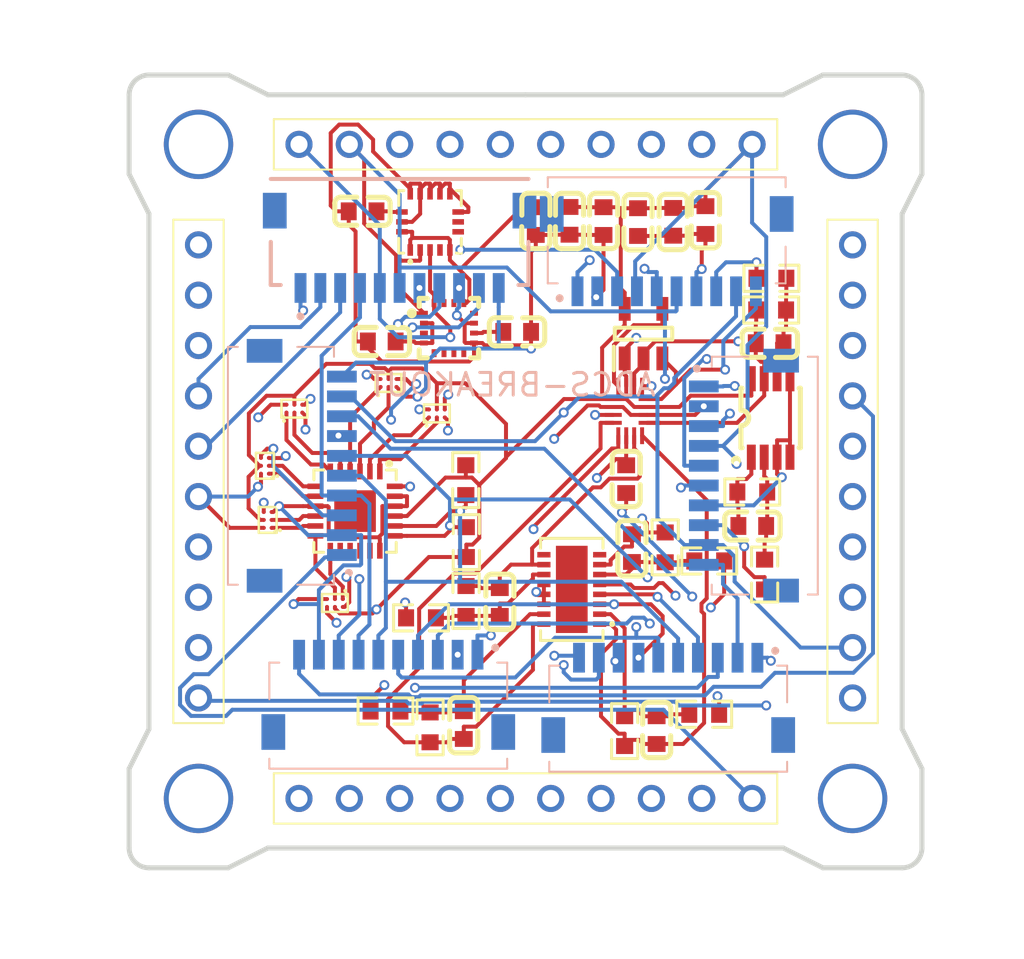
<source format=kicad_pcb>
(kicad_pcb (version 20211014) (generator pcbnew)
  (layers (0 "F.Cu" signal) (1 "In1.Cu" signal) (2 "In2.Cu" signal) (31 "B.Cu" signal) (34 "B.Paste" user) (35 "F.Paste" user) (36 "B.SilkS" user "B.Silkscreen") (37 "F.SilkS" user "F.Silkscreen") (38 "B.Mask" user) (39 "F.Mask" user) (44 "Edge.Cuts" user))
  (net 0 "")
  (net 1 "BATT-")
  (net 2 "BURNCOMMS")
  (net 3 "CHGOFF")
  (net 4 "CHRG")
  (net 5 "CLPROG")
  (net 6 "FAULT")
  (net 7 "GND")
  (net 8 "HEATER")
  (net 9 "IC3_4")
  (net 10 "IOUT1")
  (net 11 "IOUT2")
  (net 12 "IOUT3")
  (net 13 "IOUT4")
  (net 14 "IOUT5")
  (net 15 "IOUT6")
  (net 16 "J1_MP1")
  (net 17 "J1_MP2")
  (net 18 "J2_MP1")
  (net 19 "J2_MP2")
  (net 20 "J3_MP1")
  (net 21 "J3_MP2")
  (net 22 "J4_MP1")
  (net 23 "J4_MP2")
  (net 24 "J8_MP1")
  (net 25 "J8_MP2")
  (net 26 "J9_MP1")
  (net 27 "J9_MP2")
  (net 28 "KILLSWITCH")
  (net 29 "MPPT_X")
  (net 30 "MPPT_Y")
  (net 31 "MPPT_Z")
  (net 32 "NRST")
  (net 33 "PFO")
  (net 34 "PH1_ADCS")
  (net 35 "PH2_ADCS")
  (net 36 "PH3_ADCS")
  (net 37 "PH4_ADCS")
  (net 38 "PH5_ADCS")
  (net 39 "PH6_ADCS")
  (net 40 "PHT1")
  (net 41 "PHT2")
  (net 42 "PHT3")
  (net 43 "PHT4")
  (net 44 "PHT5")
  (net 45 "PHT6")
  (net 46 "PH_OBC")
  (net 47 "R12_2")
  (net 48 "R13_2")
  (net 49 "R3_14")
  (net 50 "R3_4")
  (net 51 "R3_6")
  (net 52 "R3_7")
  (net 53 "RST")
  (net 54 "RST_DRIVERS")
  (net 55 "SCL")
  (net 56 "SCL1")
  (net 57 "SCL2")
  (net 58 "SCL3")
  (net 59 "SCL4")
  (net 60 "SCL5")
  (net 61 "SCL6")
  (net 62 "SDA")
  (net 63 "SDA1")
  (net 64 "SDA2")
  (net 65 "SDA3")
  (net 66 "SDA4")
  (net 67 "SDA5")
  (net 68 "SDA6")
  (net 69 "SEL")
  (net 70 "SEL_PH0")
  (net 71 "SEL_PH1")
  (net 72 "SEL_PH2")
  (net 73 "SOLAR_X")
  (net 74 "SOLAR_Y")
  (net 75 "SOLAR_Z")
  (net 76 "SWCLK")
  (net 77 "SWDIO")
  (net 78 "TOTAL_CURRENT")
  (net 79 "U1_10")
  (net 80 "U1_12")
  (net 81 "U1_14")
  (net 82 "U1_15")
  (net 83 "U1_2")
  (net 84 "U1_3")
  (net 85 "U1_5")
  (net 86 "U1_6")
  (net 87 "U1_7")
  (net 88 "U1_8")
  (net 89 "U2_11")
  (net 90 "U2_15")
  (net 91 "U2_17")
  (net 92 "U2_2")
  (net 93 "U2_6")
  (net 94 "U2_8")
  (net 95 "U2_9")
  (net 96 "U3_14")
  (net 97 "U3_15")
  (net 98 "U3_16")
  (net 99 "U3_17")
  (net 100 "U3_25")
  (net 101 "VCC_STM")
  (net 102 "VDDIO")
  (footprint "easyeda:R0603" (layer "F.Cu") (at 27.01 44.816 -90)
    (fp_text reference "R7" hide)
    (fp_text value "2k" hide)
  )
  (footprint "easyeda:R0603" (layer "F.Cu") (at 43.889 37.107 -90)
    (fp_text reference "R15" hide)
    (fp_text value "100R" hide)
  )
  (footprint "easyeda:2023961007" (layer "F.Cu") (at 19.911 31.62 -90)
    (fp_text reference "LAT_" hide)
    (fp_text value "LAT")
  )
  (footprint "easyeda:C0603" (layer "F.Cu") (at 30.528 38.491 -90)
    (fp_text reference "C11" hide)
    (fp_text value "0.1n" hide)
  )
  (footprint "easyeda:SLW-110-01-X-S" (layer "F.Cu") (at 20.397 48.403)
    (fp_text reference "J14" hide)
    (fp_text value "SLW-110-01-X-S" hide)
  )
  (footprint "easyeda:WLP-6_L1.30-W0.90-P0.40-TL" (layer "F.Cu") (at 27.353 28.979 90)
    (fp_text reference "LV1CT" hide)
    (fp_text value "LV8498CT_footprint" hide)
  )
  (footprint "easyeda:R0603" (layer "F.Cu") (at 44.232 22.159 180)
    (fp_text reference "R14" hide)
    (fp_text value "100R" hide)
  )
  (footprint "easyeda:2023961007" (layer "F.Cu") (at 39.025 43.953)
    (fp_text reference "LAT" hide)
    (fp_text value "LAT")
  )
  (footprint "easyeda:SLW-110-01-X-S" (layer "F.Cu") (at 15.327 20.473 -90)
    (fp_text reference "J12" hide)
    (fp_text value "SLW-110-01-X-S" hide)
  )
  (footprint "easyeda:SLW-110-01-X-S" (layer "F.Cu") (at 48.327 20.473 -90)
    (fp_text reference "J13" hide)
    (fp_text value "SLW-110-01-X-S" hide)
  )
  (footprint "easyeda:C0603" (layer "F.Cu") (at 32.344 19.273 -90)
    (fp_text reference "C15" hide)
    (fp_text value "1uF" hide)
  )
  (footprint "easyeda:WLP-6_L1.30-W0.90-P0.40-TL" (layer "F.Cu") (at 20.165 28.738 90)
    (fp_text reference "LV3CT" hide)
    (fp_text value "LV8498CT_footprint" hide)
  )
  (footprint "easyeda:MOSP-8_L3.0-W3.0-P0.65-LS4.9-BL" (layer "F.Cu") (at 44.193 29.207)
    (fp_text reference "U5" hide)
    (fp_text value "LT6004IMS8#PBF" hide)
  )
  (footprint "easyeda:C0603" (layer "F.Cu") (at 39.279 19.311 90)
    (fp_text reference "C1" hide)
    (fp_text value "10nF" hide)
  )
  (footprint "easyeda:2023961107" (layer "F.Cu") (at 25.474 19.822 180)
    (fp_text reference "J3" hide)
    (fp_text value "TOP")
  )
  (footprint "easyeda:WLP-6_L1.30-W0.90-P0.40-TL" (layer "F.Cu") (at 18.819 34.351 180)
    (fp_text reference "LV5CT" hide)
    (fp_text value "LV8498CT_footprint" hide)
  )
  (footprint "easyeda:R0603" (layer "F.Cu") (at 28.839 35.469 -90)
    (fp_text reference "R4" hide)
    (fp_text value "2.7K" hide)
  )
  (footprint "easyeda:R0603" (layer "F.Cu") (at 24.762 43.99 180)
    (fp_text reference "R8" hide)
    (fp_text value "100R" hide)
  )
  (footprint "easyeda:HVQFN-24_L4.0-W4.0-P0.50-BL-EP2.1" (layer "F.Cu") (at 23.226 33.906 180)
    (fp_text reference "U3" hide)
    (fp_text value "PCA9547BS,118" hide)
  )
  (footprint "easyeda:C0603" (layer "F.Cu") (at 43.266 34.656 180)
    (fp_text reference "C13" hide)
    (fp_text value "0.1n" hide)
  )
  (footprint "easyeda:R0603" (layer "F.Cu") (at 41.095 36.421 180)
    (fp_text reference "R9" hide)
    (fp_text value "100R" hide)
  )
  (footprint "easyeda:DFN-16_L5.0-W3.0-P0.50-BL-EP" (layer "F.Cu") (at 34.16 37.856 90)
    (fp_text reference "U2" hide)
    (fp_text value "LT6005CDHC#TRPBF" hide)
  )
  (footprint "easyeda:QFN40P180X260X55-16N" (layer "F.Cu") (at 37.107 28.852)
    (fp_text reference "IC2" hide)
    (fp_text value "TMUX1108RSVR" hide)
  )
  (footprint "easyeda:SLW-110-01-X-S" (layer "F.Cu") (at 20.397 15.403)
    (fp_text reference "J11" hide)
    (fp_text value "SLW-110-01-X-S" hide)
  )
  (footprint "easyeda:WLP-6_L1.30-W0.90-P0.40-TL" (layer "F.Cu") (at 18.679 31.62 180)
    (fp_text reference "LV4CT" hide)
    (fp_text value "LV8498CT_footprint" hide)
  )
  (footprint "easyeda:WLP-6_L1.30-W0.90-P0.40-TL" (layer "F.Cu") (at 24.915 27.442 90)
    (fp_text reference "LV7CT" hide)
    (fp_text value "LV8498CT_footprint" hide)
  )
  (footprint "easyeda:R0603" (layer "F.Cu") (at 36.827 45.006 90)
    (fp_text reference "R2" hide)
    (fp_text value "2k" hide)
  )
  (footprint "easyeda:C0603" (layer "F.Cu") (at 31.405 24.864)
    (fp_text reference "C6" hide)
    (fp_text value "10u" hide)
  )
  (footprint "easyeda:R0603" (layer "F.Cu") (at 43.266 32.941)
    (fp_text reference "R13" hide)
    (fp_text value "2k" hide)
  )
  (footprint "easyeda:C0603" (layer "F.Cu") (at 24.572 25.347 180)
    (fp_text reference "C16" hide)
    (fp_text value "1u" hide)
  )
  (footprint "easyeda:C0603" (layer "F.Cu") (at 28.712 44.701 90)
    (fp_text reference "C10" hide)
    (fp_text value "0.1n" hide)
  )
  (footprint "easyeda:R0603" (layer "F.Cu") (at 26.553 39.291 180)
    (fp_text reference "R11" hide)
    (fp_text value "100R" hide)
  )
  (footprint "easyeda:WLP-6_L1.30-W0.90-P0.40-TL" (layer "F.Cu") (at 22.21 38.542 -90)
    (fp_text reference "LV6CT" hide)
    (fp_text value "LV8498CT_footprint" hide)
  )
  (footprint "easyeda:C0603" (layer "F.Cu") (at 34.046 19.261 90)
    (fp_text reference "C5" hide)
    (fp_text value "1uF" hide)
  )
  (footprint "easyeda:LGA-16_L3.0-W3.0-P0.50-BL" (layer "F.Cu") (at 27.01 19.314)
    (fp_text reference "R3" hide)
    (fp_text value "ICG-20330" hide)
  )
  (footprint "easyeda:C0603" (layer "F.Cu") (at 37.501 19.324 90)
    (fp_text reference "C3" hide)
    (fp_text value "0.1uF" hide)
  )
  (footprint "easyeda:2023961007" (layer "F.Cu") (at 38.948 20.165 180)
    (fp_text reference "J1" hide)
    (fp_text value "LAT")
  )
  (footprint "easyeda:LGA-16_L3.0-W3.0-P0.50-BL_SQ" (layer "F.Cu") (at 27.963 24.674 -90)
    (fp_text reference "U1" hide)
    (fp_text value "MMC5983MA" hide)
  )
  (footprint "easyeda:C0603" (layer "F.Cu") (at 37.196 35.773 90)
    (fp_text reference "C9" hide)
    (fp_text value "0.1n" hide)
  )
  (footprint "easyeda:R0603" (layer "F.Cu") (at 44.219 23.759)
    (fp_text reference "R12" hide)
    (fp_text value "2k" hide)
  )
  (footprint "easyeda:R0603" (layer "F.Cu") (at 38.872 35.735 -90)
    (fp_text reference "R6" hide)
    (fp_text value "2k" hide)
  )
  (footprint "easyeda:R0603" (layer "F.Cu") (at 28.826 38.44 90)
    (fp_text reference "R10" hide)
    (fp_text value "2k" hide)
  )
  (footprint "easyeda:C0603" (layer "F.Cu") (at 36.904 32.294 -90)
    (fp_text reference "C14" hide)
    (fp_text value "1uF" hide)
  )
  (footprint "easyeda:R0603" (layer "F.Cu") (at 40.841 44.155 180)
    (fp_text reference "R1" hide)
    (fp_text value "100R" hide)
  )
  (footprint "easyeda:C0603" (layer "F.Cu") (at 23.607 18.781)
    (fp_text reference "C2" hide)
    (fp_text value "0.47uF" hide)
  )
  (footprint "easyeda:2023961007" (layer "F.Cu") (at 43.47 32.116 90)
    (fp_text reference "J8" hide)
    (fp_text value "LAT")
  )
  (footprint "easyeda:C0603" (layer "F.Cu") (at 38.44 44.955 -90)
    (fp_text reference "C8" hide)
    (fp_text value "0.1n" hide)
  )
  (footprint "easyeda:C0603" (layer "F.Cu") (at 35.761 19.273 -90)
    (fp_text reference "C7" hide)
    (fp_text value "0.1u" hide)
  )
  (footprint "easyeda:C0603" (layer "F.Cu") (at 44.143 25.436 180)
    (fp_text reference "C12" hide)
    (fp_text value "0.1n" hide)
  )
  (footprint "easyeda:C0603" (layer "F.Cu") (at 40.904 19.222 90)
    (fp_text reference "C4" hide)
    (fp_text value "0.47uF" hide)
  )
  (footprint "easyeda:2023961007" (layer "F.Cu") (at 24.902 43.8)
    (fp_text reference "BOT" hide)
    (fp_text value "BOT")
  )
  (footprint "easyeda:R0603" (layer "F.Cu") (at 28.814 32.344 -90)
    (fp_text reference "R5" hide)
    (fp_text value "2.7K" hide)
  )
  (footprint "easyeda:SOT95P280X145-5N" (layer "F.Cu") (at 37.78 24.953 90)
    (fp_text reference "IC3" hide)
    (fp_text value "SN74AUP1G08DBVT" hide)
  )
  (gr_line (start 12.827 18.903) (end 11.827 16.903) (layer "Edge.Cuts") (width 0.25))
  (gr_line (start 11.827 50.903) (end 11.827 46.903) (layer "Edge.Cuts") (width 0.25))
  (gr_line (start 44.827 50.903) (end 18.827 50.903) (layer "Edge.Cuts") (width 0.25))
  (gr_line (start 46.827 51.903) (end 50.827 51.903) (layer "Edge.Cuts") (width 0.25))
  (gr_line (start 31.827 12.903) (end 44.827 12.903) (layer "Edge.Cuts") (width 0.25))
  (gr_line (start 50.827 18.903) (end 50.827 44.903) (layer "Edge.Cuts") (width 0.25))
  (gr_arc (start 11.827 12.903) (mid 12.119893 12.195893) (end 12.827 11.903) (layer "Edge.Cuts") (width 0.25))
  (gr_line (start 44.827 50.903) (end 46.827 51.903) (layer "Edge.Cuts") (width 0.25))
  (gr_line (start 50.827 11.903) (end 46.827 11.903) (layer "Edge.Cuts") (width 0.254))
  (gr_arc (start 50.827 11.903) (mid 51.534181 12.195967) (end 51.827 12.903209) (layer "Edge.Cuts") (width 0.25))
  (gr_line (start 51.827 16.903) (end 50.827 18.903) (layer "Edge.Cuts") (width 0.25))
  (gr_line (start 12.827 44.903) (end 12.827 18.903) (layer "Edge.Cuts") (width 0.25))
  (gr_line (start 50.827 44.903) (end 51.827 46.903) (layer "Edge.Cuts") (width 0.25))
  (gr_line (start 16.827 11.903) (end 18.827 12.903) (layer "Edge.Cuts") (width 0.25))
  (gr_line (start 11.827 16.903) (end 11.827 12.903) (layer "Edge.Cuts") (width 0.25))
  (gr_line (start 18.827 12.903) (end 31.827 12.903) (layer "Edge.Cuts") (width 0.25))
  (gr_line (start 51.827 16.903) (end 51.827 12.903) (layer "Edge.Cuts") (width 0.25))
  (gr_arc (start 12.827 51.903) (mid 12.119893 51.610107) (end 11.827 50.903) (layer "Edge.Cuts") (width 0.25))
  (gr_line (start 12.827 11.903) (end 16.827 11.903) (layer "Edge.Cuts") (width 0.25))
  (gr_line (start 18.827 50.903) (end 16.827 51.903) (layer "Edge.Cuts") (width 0.25))
  (gr_line (start 11.827 46.903) (end 12.827 44.903) (layer "Edge.Cuts") (width 0.25))
  (gr_line (start 16.827 51.903) (end 12.827 51.903) (layer "Edge.Cuts") (width 0.25))
  (gr_arc (start 51.827 50.903) (mid 51.534107 51.610107) (end 50.827 51.903) (layer "Edge.Cuts") (width 0.25))
  (gr_line (start 51.827 46.903) (end 51.827 50.903) (layer "Edge.Cuts") (width 0.25))
  (gr_line (start 44.827 12.903) (end 46.827 11.904) (layer "Edge.Cuts") (width 0.25))
  (gr_text "ADCS-BREAKOUT" (at 38.491 27.531) (layer "B.SilkS") (effects (font (size 1.143 1.143) (thickness 0.152)) (justify left mirror)))
  (via (at 48.327 15.403) (size 3.5) (drill 3) (layers "F.Cu" "B.Cu") (net 0))
  (via (at 15.327 15.403) (size 3.5) (drill 3) (layers "F.Cu" "B.Cu") (net 0))
  (via (at 15.327 48.403) (size 3.5) (drill 3) (layers "F.Cu" "B.Cu") (net 0))
  (via (at 48.327 48.403) (size 3.5) (drill 3) (layers "F.Cu" "B.Cu") (net 0))
  (via (at 33.753 41.674) (size 0.5) (drill 0.3) (layers "F.Cu" "B.Cu") (net 2))
  (via (at 33.753 28.932) (size 0.5) (drill 0.3) (layers "F.Cu" "B.Cu") (net 2))
  (segment (start 33.753 42.041) (end 33.753 41.674) (width 0.2) (layer "B.Cu") (net 2))
  (segment (start 39.85 35.616) (end 38.482 34.248) (width 0.2) (layer "B.Cu") (net 2))
  (segment (start 38.482 34.248) (end 38.482 28.121) (width 0.2) (layer "B.Cu") (net 2))
  (segment (start 38.482 28.121) (end 34.567 28.121) (width 0.2) (layer "B.Cu") (net 2))
  (segment (start 39.332 27.43) (end 39.332 27.188) (width 0.2) (layer "B.Cu") (net 2))
  (segment (start 40.82 35.616) (end 39.85 35.616) (width 0.2) (layer "B.Cu") (net 2))
  (segment (start 25.258 30.376) (end 32.309 30.376) (width 0.2) (layer "B.Cu") (net 2))
  (segment (start 41.79 35.616) (end 42.376 36.202) (width 0.2) (layer "B.Cu") (net 2))
  (segment (start 42.376 36.202) (end 42.376 37.462) (width 0.2) (layer "B.Cu") (net 2))
  (segment (start 40.82 35.616) (end 41.79 35.616) (width 0.2) (layer "B.Cu") (net 2))
  (segment (start 34.119 42.407) (end 33.753 42.041) (width 0.2) (layer "B.Cu") (net 2))
  (segment (start 39.332 27.188) (end 42.448 24.072) (width 0.2) (layer "B.Cu") (net 2))
  (segment (start 32.309 30.376) (end 33.754 28.931) (width 0.2) (layer "B.Cu") (net 2))
  (segment (start 42.448 24.072) (end 42.448 22.815) (width 0.2) (layer "B.Cu") (net 2))
  (segment (start 38.482 28.121) (end 38.482 28.039) (width 0.2) (layer "B.Cu") (net 2))
  (segment (start 23.002 28.12) (end 25.258 30.376) (width 0.2) (layer "B.Cu") (net 2))
  (segment (start 35.391 42.407) (end 34.119 42.407) (width 0.2) (layer "B.Cu") (net 2))
  (segment (start 22.56 28.12) (end 23.002 28.12) (width 0.2) (layer "B.Cu") (net 2))
  (segment (start 42.376 37.462) (end 45.707 40.793) (width 0.2) (layer "B.Cu") (net 2))
  (segment (start 45.707 40.793) (end 48.327 40.793) (width 0.2) (layer "B.Cu") (net 2))
  (segment (start 39.056 27.706) (end 39.332 27.43) (width 0.2) (layer "B.Cu") (net 2))
  (segment (start 35.525 42.273) (end 35.391 42.407) (width 0.2) (layer "B.Cu") (net 2))
  (segment (start 34.567 28.121) (end 33.754 28.931) (width 0.2) (layer "B.Cu") (net 2))
  (segment (start 38.814 27.706) (end 39.056 27.706) (width 0.2) (layer "B.Cu") (net 2))
  (segment (start 38.482 28.039) (end 38.814 27.706) (width 0.2) (layer "B.Cu") (net 2))
  (segment (start 35.525 41.303) (end 35.525 42.273) (width 0.2) (layer "B.Cu") (net 2))
  (segment (start 26.51 17.897) (end 26.51 17.64) (width 0.2) (layer "F.Cu") (net 7))
  (segment (start 36.904 33.763) (end 36.69 33.976) (width 0.2) (layer "F.Cu") (net 7))
  (segment (start 34.046 19.961) (end 33.027 19.961) (width 0.2) (layer "F.Cu") (net 7))
  (segment (start 36.507 30.102) (end 36.507 30.747) (width 0.2) (layer "F.Cu") (net 7))
  (segment (start 27.01 17.64) (end 27.01 17.384) (width 0.2) (layer "F.Cu") (net 7))
  (segment (start 40.145 20.011) (end 40.234 19.922) (width 0.2) (layer "F.Cu") (net 7))
  (segment (start 27.01 17.64) (end 27.267 17.384) (width 0.2) (layer "F.Cu") (net 7))
  (segment (start 27.51 17.897) (end 27.51 17.64) (width 0.2) (layer "F.Cu") (net 7))
  (segment (start 20.38 38.342) (end 21.81 38.342) (width 0.2) (layer "F.Cu") (net 7))
  (segment (start 18.879 31.22) (end 18.888 31.229) (width 0.2) (layer "F.Cu") (net 7))
  (segment (start 19.098 33.951) (end 19.393 33.656) (width 0.2) (layer "F.Cu") (net 7))
  (segment (start 20.724 29.792) (end 20.724 29.096) (width 0.2) (layer "F.Cu") (net 7))
  (segment (start 28.01 17.64) (end 28.01 17.384) (width 0.2) (layer "F.Cu") (net 7))
  (segment (start 33.272 30.261) (end 34.959 28.574) (width 0.2) (layer "F.Cu") (net 7))
  (segment (start 32.105 25.54) (end 29.763 25.54) (width 0.2) (layer "F.Cu") (net 7))
  (segment (start 44.602 32.043) (end 44.757 32.198) (width 0.2) (layer "F.Cu") (net 7))
  (segment (start 24.574 26.359) (end 28.979 26.359) (width 0.2) (layer "F.Cu") (net 7))
  (segment (start 27.01 17.897) (end 27.01 17.64) (width 0.2) (layer "F.Cu") (net 7))
  (segment (start 36.257 28.652) (end 35.612 28.652) (width 0.2) (layer "F.Cu") (net 7))
  (segment (start 23.252 25.347) (end 23.252 19.796) (width 0.2) (layer "F.Cu") (net 7))
  (segment (start 38.309 37.784) (end 38.555 37.539) (width 0.2) (layer "F.Cu") (net 7))
  (segment (start 27.912 29.338) (end 27.753 29.179) (width 0.2) (layer "F.Cu") (net 7))
  (segment (start 24.476 35.365) (end 24.476 35.286) (width 0.2) (layer "F.Cu") (net 7))
  (segment (start 24.136 15.765) (end 24.136 15.161) (width 0.2) (layer "F.Cu") (net 7))
  (segment (start 39.279 20.011) (end 40.145 20.011) (width 0.2) (layer "F.Cu") (net 7))
  (segment (start 38.596 20.024) (end 38.608 20.011) (width 0.2) (layer "F.Cu") (net 7))
  (segment (start 24.604 35.038) (end 24.416 35.226) (width 0.2) (layer "F.Cu") (net 7))
  (segment (start 28.756 25.374) (end 28.756 24.424) (width 0.2) (layer "F.Cu") (net 7))
  (segment (start 38.745 40.082) (end 38.745 39.202) (width 0.2) (layer "F.Cu") (net 7))
  (segment (start 19.393 33.656) (end 20.605 33.656) (width 0.2) (layer "F.Cu") (net 7))
  (segment (start 32.753 38.106) (end 32.753 37.606) (width 0.2) (layer "F.Cu") (net 7))
  (segment (start 27.51 17.64) (end 27.767 17.384) (width 0.2) (layer "F.Cu") (net 7))
  (segment (start 23.562 25.347) (end 24.574 26.359) (width 0.2) (layer "F.Cu") (net 7))
  (segment (start 25.315 27.642) (end 25.805 28.132) (width 0.2) (layer "F.Cu") (net 7))
  (segment (start 32.105 20.833) (end 32.344 20.594) (width 0.2) (layer "F.Cu") (net 7))
  (segment (start 32.753 38.606) (end 32.753 38.106) (width 0.2) (layer "F.Cu") (net 7))
  (segment (start 34.729 19.973) (end 34.716 19.961) (width 0.2) (layer "F.Cu") (net 7))
  (segment (start 41.895 26.769) (end 40.165 26.769) (width 0.2) (layer "F.Cu") (net 7))
  (segment (start 25.846 33.156) (end 25.846 33.656) (width 0.2) (layer "F.Cu") (net 7))
  (segment (start 29.763 25.54) (end 29.646 25.424) (width 0.2) (layer "F.Cu") (net 7))
  (segment (start 23.252 19.796) (end 22.907 19.451) (width 0.2) (layer "F.Cu") (net 7))
  (segment (start 29.226 25.424) (end 28.806 25.424) (width 0.2) (layer "F.Cu") (net 7))
  (segment (start 35.761 22.743) (end 35.761 19.973) (width 0.2) (layer "F.Cu") (net 7))
  (segment (start 21.226 33.656) (end 20.605 33.656) (width 0.2) (layer "F.Cu") (net 7))
  (segment (start 40.904 19.922) (end 40.904 20.543) (width 0.2) (layer "F.Cu") (net 7))
  (segment (start 29.226 24.424) (end 28.756 24.424) (width 0.2) (layer "F.Cu") (net 7))
  (segment (start 36.296 38.606) (end 36.121 38.606) (width 0.2) (layer "F.Cu") (net 7))
  (segment (start 28.979 26.359) (end 29.226 26.111) (width 0.2) (layer "F.Cu") (net 7))
  (segment (start 21.896 33.706) (end 21.846 33.656) (width 0.2) (layer "F.Cu") (net 7))
  (segment (start 44.519 31.187) (end 44.519 30.332) (width 0.2) (layer "F.Cu") (net 7))
  (segment (start 35.761 19.973) (end 34.729 19.973) (width 0.2) (layer "F.Cu") (net 7))
  (segment (start 44.519 32.043) (end 44.602 32.043) (width 0.2) (layer "F.Cu") (net 7))
  (segment (start 38.758 37.539) (end 39.393 38.174) (width 0.2) (layer "F.Cu") (net 7))
  (segment (start 28.428 18.814) (end 28.941 18.814) (width 0.2) (layer "F.Cu") (net 7))
  (segment (start 25.226 33.656) (end 24.605 33.656) (width 0.2) (layer "F.Cu") (net 7))
  (segment (start 40.165 26.769) (end 39.414 27.52) (width 0.2) (layer "F.Cu") (net 7))
  (segment (start 26.51 18.909) (end 26.51 17.897) (width 0.2) (layer "F.Cu") (net 7))
  (segment (start 26.01 17.897) (end 26.01 17.64) (width 0.2) (layer "F.Cu") (net 7))
  (segment (start 39.414 27.52) (end 38.682 28.252) (width 0.2) (layer "F.Cu") (net 7))
  (segment (start 28.01 17.897) (end 28.01 17.64) (width 0.2) (layer "F.Cu") (net 7))
  (segment (start 19.622 31.229) (end 19.728 31.123) (width 0.2) (layer "F.Cu") (net 7))
  (segment (start 37.501 20.024) (end 38.596 20.024) (width 0.2) (layer "F.Cu") (net 7))
  (segment (start 37.302 37.784) (end 38.309 37.784) (width 0.2) (layer "F.Cu") (net 7))
  (segment (start 45.168 30.332) (end 44.519 30.332) (width 0.2) (layer "F.Cu") (net 7))
  (segment (start 25.226 33.156) (end 25.846 33.156) (width 0.2) (layer "F.Cu") (net 7))
  (segment (start 32.105 25.705) (end 32.105 25.54) (width 0.2) (layer "F.Cu") (net 7))
  (segment (start 24.604 33.658) (end 24.604 35.038) (width 0.2) (layer "F.Cu") (net 7))
  (segment (start 29.226 26.111) (end 29.226 25.424) (width 0.2) (layer "F.Cu") (net 7))
  (segment (start 26.106 19.314) (end 26.51 18.909) (width 0.2) (layer "F.Cu") (net 7))
  (segment (start 22.907 18.781) (end 22.907 19.451) (width 0.2) (layer "F.Cu") (net 7))
  (segment (start 40.904 19.922) (end 40.234 19.922) (width 0.2) (layer "F.Cu") (net 7))
  (segment (start 18.888 31.229) (end 19.622 31.229) (width 0.2) (layer "F.Cu") (net 7))
  (segment (start 19.019 33.951) (end 19.098 33.951) (width 0.2) (layer "F.Cu") (net 7))
  (segment (start 34.959 28.574) (end 35.534 28.574) (width 0.2) (layer "F.Cu") (net 7))
  (segment (start 36.187 30.747) (end 32.23 34.703) (width 0.2) (layer "F.Cu") (net 7))
  (segment (start 21.226 33.656) (end 21.846 33.656) (width 0.2) (layer "F.Cu") (net 7))
  (segment (start 38.555 37.539) (end 38.758 37.539) (width 0.2) (layer "F.Cu") (net 7))
  (segment (start 23.562 25.347) (end 23.252 25.347) (width 0.2) (layer "F.Cu") (net 7))
  (segment (start 25.536 33.656) (end 25.846 33.656) (width 0.2) (layer "F.Cu") (net 7))
  (segment (start 27.912 29.842) (end 27.912 29.338) (width 0.2) (layer "F.Cu") (net 7))
  (segment (start 28.01 17.64) (end 28.941 18.57) (width 0.2) (layer "F.Cu") (net 7))
  (segment (start 25.536 33.656) (end 25.226 33.656) (width 0.2) (layer "F.Cu") (net 7))
  (segment (start 25.593 19.314) (end 26.106 19.314) (width 0.2) (layer "F.Cu") (net 7))
  (segment (start 36.121 38.606) (end 36.121 38.606) (width 0.2) (layer "F.Cu") (net 7))
  (segment (start 45.168 30.332) (end 45.168 31.187) (width 0.2) (layer "F.Cu") (net 7))
  (segment (start 39.185 20.011) (end 39.279 20.011) (width 0.2) (layer "F.Cu") (net 7))
  (segment (start 26.01 17.384) (end 26.51 17.384) (width 0.2) (layer "F.Cu") (net 7))
  (segment (start 37.957 29.052) (end 37.137 29.052) (width 0.2) (layer "F.Cu") (net 7))
  (segment (start 24.416 35.226) (end 22.012 35.226) (width 0.2) (layer "F.Cu") (net 7))
  (segment (start 23.38 14.406) (end 22.423 14.406) (width 0.2) (layer "F.Cu") (net 7))
  (segment (start 40.717 20.73) (end 40.717 21.693) (width 0.2) (layer "F.Cu") (net 7))
  (segment (start 39.414 26.887) (end 39.414 27.52) (width 0.2) (layer "F.Cu") (net 7))
  (segment (start 26.51 17.64) (end 26.767 17.384) (width 0.2) (layer "F.Cu") (net 7))
  (segment (start 32.105 24.864) (end 32.105 20.833) (width 0.2) (layer "F.Cu") (net 7))
  (segment (start 24.605 33.656) (end 24.604 33.658) (width 0.2) (layer "F.Cu") (net 7))
  (segment (start 40.384 29.052) (end 37.957 29.052) (width 0.2) (layer "F.Cu") (net 7))
  (segment (start 24.476 35.286) (end 24.416 35.226) (width 0.2) (layer "F.Cu") (net 7))
  (segment (start 35.568 38.606) (end 36.121 38.606) (width 0.2) (layer "F.Cu") (net 7))
  (segment (start 25.805 28.132) (end 26.372 28.132) (width 0.2) (layer "F.Cu") (net 7))
  (segment (start 33.027 19.961) (end 33.015 19.973) (width 0.2) (layer "F.Cu") (net 7))
  (segment (start 37.124 37.606) (end 37.302 37.784) (width 0.2) (layer "F.Cu") (net 7))
  (segment (start 21.998 18.492) (end 22.286 18.781) (width 0.2) (layer "F.Cu") (net 7))
  (segment (start 38.682 28.252) (end 37.957 28.252) (width 0.2) (layer "F.Cu") (net 7))
  (segment (start 21.998 14.831) (end 21.998 18.492) (width 0.2) (layer "F.Cu") (net 7))
  (segment (start 23.872 25.347) (end 23.562 25.347) (width 0.2) (layer "F.Cu") (net 7))
  (segment (start 35.534 28.574) (end 35.612 28.652) (width 0.2) (layer "F.Cu") (net 7))
  (segment (start 44.519 31.187) (end 44.519 32.043) (width 0.2) (layer "F.Cu") (net 7))
  (segment (start 32.344 19.973) (end 32.344 20.594) (width 0.2) (layer "F.Cu") (net 7))
  (segment (start 24.476 35.906) (end 24.476 35.365) (width 0.2) (layer "F.Cu") (net 7))
  (segment (start 34.381 19.961) (end 34.046 19.961) (width 0.2) (layer "F.Cu") (net 7))
  (segment (start 38.745 39.202) (end 38.149 38.606) (width 0.2) (layer "F.Cu") (net 7))
  (segment (start 20.124 38.598) (end 20.38 38.342) (width 0.2) (layer "F.Cu") (net 7))
  (segment (start 38.73 26.203) (end 39.414 26.887) (width 0.2) (layer "F.Cu") (net 7))
  (segment (start 34.381 19.961) (end 34.716 19.961) (width 0.2) (layer "F.Cu") (net 7))
  (segment (start 27.767 17.384) (end 28.01 17.384) (width 0.2) (layer "F.Cu") (net 7))
  (segment (start 32.23 34.703) (end 32.23 34.817) (width 0.2) (layer "F.Cu") (net 7))
  (segment (start 29.226 25.424) (end 29.646 25.424) (width 0.2) (layer "F.Cu") (net 7))
  (segment (start 26.01 17.64) (end 26.01 17.384) (width 0.2) (layer "F.Cu") (net 7))
  (segment (start 22.012 35.226) (end 21.896 35.11) (width 0.2) (layer "F.Cu") (net 7))
  (segment (start 26.01 17.64) (end 24.136 15.765) (width 0.2) (layer "F.Cu") (net 7))
  (segment (start 36.904 32.994) (end 36.904 33.763) (width 0.2) (layer "F.Cu") (net 7))
  (segment (start 37.137 29.052) (end 36.737 28.652) (width 0.2) (layer "F.Cu") (net 7))
  (segment (start 37.525 41.303) (end 38.745 40.082) (width 0.2) (layer "F.Cu") (net 7))
  (segment (start 26.51 17.64) (end 26.51 17.384) (width 0.2) (layer "F.Cu") (net 7))
  (segment (start 26.767 17.384) (end 27.01 17.384) (width 0.2) (layer "F.Cu") (net 7))
  (segment (start 39.185 20.011) (end 38.608 20.011) (width 0.2) (layer "F.Cu") (net 7))
  (segment (start 22.907 18.781) (end 22.286 18.781) (width 0.2) (layer "F.Cu") (net 7))
  (segment (start 38.149 38.606) (end 36.296 38.606) (width 0.2) (layer "F.Cu") (net 7))
  (segment (start 28.941 18.57) (end 28.941 18.814) (width 0.2) (layer "F.Cu") (net 7))
  (segment (start 21.896 35.11) (end 21.896 33.706) (width 0.2) (layer "F.Cu") (net 7))
  (segment (start 32.344 19.973) (end 33.015 19.973) (width 0.2) (layer "F.Cu") (net 7))
  (segment (start 27.51 17.64) (end 27.51 17.384) (width 0.2) (layer "F.Cu") (net 7))
  (segment (start 27.267 17.384) (end 27.51 17.384) (width 0.2) (layer "F.Cu") (net 7))
  (segment (start 40.904 20.543) (end 40.717 20.73) (width 0.2) (layer "F.Cu") (net 7))
  (segment (start 45.168 27.227) (end 45.168 30.332) (width 0.2) (layer "F.Cu") (net 7))
  (segment (start 28.806 25.424) (end 28.756 25.374) (width 0.2) (layer "F.Cu") (net 7))
  (segment (start 22.423 14.406) (end 21.998 14.831) (width 0.2) (layer "F.Cu") (net 7))
  (segment (start 32.105 25.54) (end 32.105 24.864) (width 0.2) (layer "F.Cu") (net 7))
  (segment (start 36.737 28.652) (end 36.257 28.652) (width 0.2) (layer "F.Cu") (net 7))
  (segment (start 36.507 30.747) (end 36.187 30.747) (width 0.2) (layer "F.Cu") (net 7))
  (segment (start 20.724 29.096) (end 20.565 28.938) (width 0.2) (layer "F.Cu") (net 7))
  (segment (start 35.392 23.111) (end 35.761 22.743) (width 0.2) (layer "F.Cu") (net 7))
  (segment (start 24.136 15.161) (end 23.38 14.406) (width 0.2) (layer "F.Cu") (net 7))
  (segment (start 40.82 28.616) (end 40.384 29.052) (width 0.2) (layer "F.Cu") (net 7))
  (segment (start 35.568 37.606) (end 37.124 37.606) (width 0.2) (layer "F.Cu") (net 7))
  (segment (start 28.756 24.424) (end 28.363 24.03) (width 0.2) (layer "F.Cu") (net 7))
  (via (at 22.388 30.096) (size 0.5) (drill 0.3) (layers "F.Cu" "B.Cu") (net 7))
  (via (at 36.296 38.606) (size 0.5) (drill 0.3) (layers "F.Cu" "B.Cu") (net 7))
  (via (at 20.124 38.598) (size 0.5) (drill 0.3) (layers "F.Cu" "B.Cu") (net 7))
  (via (at 36.69 33.976) (size 0.5) (drill 0.3) (layers "F.Cu" "B.Cu") (net 7))
  (via (at 41.895 26.769) (size 0.5) (drill 0.3) (layers "F.Cu" "B.Cu") (net 7))
  (via (at 44.757 32.198) (size 0.5) (drill 0.3) (layers "F.Cu" "B.Cu") (net 7))
  (via (at 26.474 22.647) (size 0.5) (drill 0.3) (layers "F.Cu" "B.Cu") (net 7))
  (via (at 32.37 37.983) (size 0.5) (drill 0.3) (layers "F.Cu" "B.Cu") (net 7))
  (via (at 27.912 29.842) (size 0.5) (drill 0.3) (layers "F.Cu" "B.Cu") (net 7))
  (via (at 26.372 28.133) (size 0.5) (drill 0.3) (layers "F.Cu" "B.Cu") (net 7))
  (via (at 19.393 33.657) (size 0.5) (drill 0.3) (layers "F.Cu" "B.Cu") (net 7))
  (via (at 28.363 24.03) (size 0.5) (drill 0.3) (layers "F.Cu" "B.Cu") (net 7))
  (via (at 28.402 41.15) (size 0.5) (drill 0.3) (layers "F.Cu" "B.Cu") (net 7))
  (via (at 20.724 29.792) (size 0.5) (drill 0.3) (layers "F.Cu" "B.Cu") (net 7))
  (via (at 33.272 30.261) (size 0.5) (drill 0.3) (layers "F.Cu" "B.Cu") (net 7))
  (via (at 35.392 23.111) (size 0.5) (drill 0.3) (layers "F.Cu" "B.Cu") (net 7))
  (via (at 28.474 22.647) (size 0.5) (drill 0.3) (layers "F.Cu" "B.Cu") (net 7))
  (via (at 19.728 31.123) (size 0.5) (drill 0.3) (layers "F.Cu" "B.Cu") (net 7))
  (via (at 39.393 38.174) (size 0.5) (drill 0.3) (layers "F.Cu" "B.Cu") (net 7))
  (via (at 33.279 41.202) (size 0.5) (drill 0.3) (layers "F.Cu" "B.Cu") (net 7))
  (via (at 40.717 21.693) (size 0.5) (drill 0.3) (layers "F.Cu" "B.Cu") (net 7))
  (via (at 32.105 25.705) (size 0.5) (drill 0.3) (layers "F.Cu" "B.Cu") (net 7))
  (via (at 32.23 34.817) (size 0.5) (drill 0.3) (layers "F.Cu" "B.Cu") (net 7))
  (via (at 37.525 41.303) (size 0.5) (drill 0.3) (layers "F.Cu" "B.Cu") (net 7))
  (via (at 40.82 28.616) (size 0.5) (drill 0.3) (layers "F.Cu" "B.Cu") (net 7))
  (segment (start 43.448 23.679) (end 41.806 25.321) (width 0.2) (layer "B.Cu") (net 7))
  (segment (start 23.269 26.413) (end 26.805 26.413) (width 0.2) (layer "B.Cu") (net 7))
  (segment (start 41.79 36.616) (end 41.79 37.586) (width 0.2) (layer "B.Cu") (net 7))
  (segment (start 28.363 23.728) (end 28.363 24.03) (width 0.2) (layer "B.Cu") (net 7))
  (segment (start 22.561 35.12) (end 20.856 35.12) (width 0.2) (layer "B.Cu") (net 7))
  (segment (start 21.402 38.598) (end 21.402 37.884) (width 0.2) (layer "B.Cu") (net 7))
  (segment (start 23.533 35.122) (end 23.531 35.12) (width 0.2) (layer "B.Cu") (net 7))
  (segment (start 23.533 36.584) (end 23.533 35.122) (width 0.2) (layer "B.Cu") (net 7))
  (segment (start 43.34 33.616) (end 44.757 32.198) (width 0.2) (layer "B.Cu") (net 7))
  (segment (start 40.566 21.845) (end 40.717 21.693) (width 0.2) (layer "B.Cu") (net 7))
  (segment (start 43.448 22.815) (end 43.448 23.679) (width 0.2) (layer "B.Cu") (net 7))
  (segment (start 21.402 41.15) (end 21.402 38.598) (width 0.2) (layer "B.Cu") (net 7))
  (segment (start 41.806 26.68) (end 41.895 26.769) (width 0.2) (layer "B.Cu") (net 7))
  (segment (start 27.976 38.606) (end 36.296 38.606) (width 0.2) (layer "B.Cu") (net 7))
  (segment (start 39.33 36.616) (end 36.69 33.976) (width 0.2) (layer "B.Cu") (net 7))
  (segment (start 30.474 25.705) (end 27.513 25.705) (width 0.2) (layer "B.Cu") (net 7))
  (segment (start 40.448 22.815) (end 40.448 21.845) (width 0.2) (layer "B.Cu") (net 7))
  (segment (start 26.402 40.179) (end 27.976 38.606) (width 0.2) (layer "B.Cu") (net 7))
  (segment (start 34.525 41.303) (end 34.425 41.202) (width 0.2) (layer "B.Cu") (net 7))
  (segment (start 30.474 25.705) (end 32.105 25.705) (width 0.2) (layer "B.Cu") (net 7))
  (segment (start 28.474 22.647) (end 28.474 23.617) (width 0.2) (layer "B.Cu") (net 7))
  (segment (start 26.402 41.15) (end 26.402 40.179) (width 0.2) (layer "B.Cu") (net 7))
  (segment (start 34.425 41.202) (end 33.279 41.202) (width 0.2) (layer "B.Cu") (net 7))
  (segment (start 41.305 36.616) (end 40.82 36.616) (width 0.2) (layer "B.Cu") (net 7))
  (segment (start 20.856 35.12) (end 19.393 33.656) (width 0.2) (layer "B.Cu") (net 7))
  (segment (start 27.513 25.705) (end 26.805 26.413) (width 0.2) (layer "B.Cu") (net 7))
  (segment (start 41.79 37.586) (end 42.525 38.321) (width 0.2) (layer "B.Cu") (net 7))
  (segment (start 22.561 27.121) (end 23.269 26.413) (width 0.2) (layer "B.Cu") (net 7))
  (segment (start 22.967 35.12) (end 23.531 35.12) (width 0.2) (layer "B.Cu") (net 7))
  (segment (start 28.474 23.617) (end 28.363 23.728) (width 0.2) (layer "B.Cu") (net 7))
  (segment (start 30.474 22.647) (end 30.474 23.617) (width 0.2) (layer "B.Cu") (net 7))
  (segment (start 26.805 26.413) (end 26.805 27.699) (width 0.2) (layer "B.Cu") (net 7))
  (segment (start 22.644 36.642) (end 23.475 36.642) (width 0.2) (layer "B.Cu") (net 7))
  (segment (start 42.525 38.321) (end 42.525 41.303) (width 0.2) (layer "B.Cu") (net 7))
  (segment (start 41.806 25.321) (end 41.806 26.68) (width 0.2) (layer "B.Cu") (net 7))
  (segment (start 40.82 36.616) (end 39.33 36.616) (width 0.2) (layer "B.Cu") (net 7))
  (segment (start 21.402 37.884) (end 22.644 36.642) (width 0.2) (layer "B.Cu") (net 7))
  (segment (start 22.967 35.12) (end 22.561 35.12) (width 0.2) (layer "B.Cu") (net 7))
  (segment (start 40.448 21.845) (end 40.566 21.845) (width 0.2) (layer "B.Cu") (net 7))
  (segment (start 30.474 25.705) (end 30.474 23.617) (width 0.2) (layer "B.Cu") (net 7))
  (segment (start 23.475 36.642) (end 23.533 36.584) (width 0.2) (layer "B.Cu") (net 7))
  (segment (start 41.305 36.616) (end 41.79 36.616) (width 0.2) (layer "B.Cu") (net 7))
  (segment (start 40.82 33.616) (end 43.34 33.616) (width 0.2) (layer "B.Cu") (net 7))
  (segment (start 26.805 27.699) (end 26.372 28.132) (width 0.2) (layer "B.Cu") (net 7))
  (segment (start 21.402 38.598) (end 20.124 38.598) (width 0.2) (layer "B.Cu") (net 7))
  (segment (start 36.289 25.519) (end 37.285 24.523) (width 0.2) (layer "F.Cu") (net 9))
  (segment (start 36.507 27.602) (end 36.289 27.384) (width 0.2) (layer "F.Cu") (net 9))
  (segment (start 36.289 27.384) (end 36.289 25.519) (width 0.2) (layer "F.Cu") (net 9))
  (segment (start 37.285 24.523) (end 38.73 24.523) (width 0.2) (layer "F.Cu") (net 9))
  (segment (start 38.73 23.703) (end 38.73 24.523) (width 0.2) (layer "F.Cu") (net 9))
  (segment (start 27.753 28.779) (end 27.753 28.198) (width 0.2) (layer "F.Cu") (net 10))
  (segment (start 27.753 28.198) (end 27.925 28.026) (width 0.2) (layer "F.Cu") (net 10))
  (via (at 27.925 28.026) (size 0.5) (drill 0.3) (layers "F.Cu" "B.Cu") (net 10))
  (via (at 26.127 24.635) (size 0.5) (drill 0.3) (layers "F.Cu" "B.Cu") (net 10))
  (segment (start 28.455 24.635) (end 26.127 24.635) (width 0.2) (layer "B.Cu") (net 10))
  (segment (start 29.474 22.647) (end 29.474 23.617) (width 0.2) (layer "B.Cu") (net 10))
  (segment (start 29.474 23.617) (end 28.455 24.635) (width 0.2) (layer "B.Cu") (net 10))
  (segment (start 25.791 27.239) (end 25.373 27.239) (width 0.2) (layer "F.Cu") (net 11))
  (segment (start 26.312 27.493) (end 26.045 27.493) (width 0.2) (layer "F.Cu") (net 11))
  (segment (start 26.045 27.493) (end 25.791 27.239) (width 0.2) (layer "F.Cu") (net 11))
  (via (at 23.442 37.335) (size 0.5) (drill 0.3) (layers "F.Cu" "B.Cu") (net 11))
  (via (at 25.042 29.296) (size 0.5) (drill 0.3) (layers "F.Cu" "B.Cu") (net 11))
  (via (at 26.312 27.493) (size 0.5) (drill 0.3) (layers "F.Cu" "B.Cu") (net 11))
  (segment (start 23.442 39.14) (end 23.442 37.335) (width 0.2) (layer "B.Cu") (net 11))
  (segment (start 25.042 28.763) (end 26.312 27.493) (width 0.2) (layer "B.Cu") (net 11))
  (segment (start 22.402 40.179) (end 23.442 39.14) (width 0.2) (layer "B.Cu") (net 11))
  (segment (start 25.042 29.296) (end 25.042 28.763) (width 0.2) (layer "B.Cu") (net 11))
  (segment (start 22.402 41.15) (end 22.402 40.179) (width 0.2) (layer "B.Cu") (net 11))
  (segment (start 20.978 28.242) (end 20.683 28.538) (width 0.2) (layer "F.Cu") (net 12))
  (segment (start 20.683 28.538) (end 20.565 28.538) (width 0.2) (layer "F.Cu") (net 12))
  (via (at 26.25 42.819) (size 0.5) (drill 0.3) (layers "F.Cu" "B.Cu") (net 12))
  (via (at 20.978 28.242) (size 0.5) (drill 0.3) (layers "F.Cu" "B.Cu") (net 12))
  (segment (start 40.494 42.819) (end 41.041 42.273) (width 0.2) (layer "B.Cu") (net 12))
  (segment (start 26.25 42.819) (end 40.494 42.819) (width 0.2) (layer "B.Cu") (net 12))
  (segment (start 41.525 41.303) (end 41.525 42.273) (width 0.2) (layer "B.Cu") (net 12))
  (segment (start 41.041 42.273) (end 41.525 42.273) (width 0.2) (layer "B.Cu") (net 12))
  (segment (start 18.479 31.22) (end 18.479 31.069) (width 0.2) (layer "F.Cu") (net 13))
  (segment (start 18.791 30.757) (end 19.104 30.757) (width 0.2) (layer "F.Cu") (net 13))
  (segment (start 18.479 31.069) (end 18.791 30.757) (width 0.2) (layer "F.Cu") (net 13))
  (via (at 19.104 30.757) (size 0.5) (drill 0.3) (layers "F.Cu" "B.Cu") (net 13))
  (segment (start 21.591 34.12) (end 19.104 31.633) (width 0.2) (layer "B.Cu") (net 13))
  (segment (start 19.104 31.633) (end 19.104 30.757) (width 0.2) (layer "B.Cu") (net 13))
  (segment (start 22.561 34.12) (end 21.591 34.12) (width 0.2) (layer "B.Cu") (net 13))
  (segment (start 18.619 33.479) (end 18.619 33.951) (width 0.2) (layer "F.Cu") (net 14))
  (via (at 42.138 28.983) (size 0.5) (drill 0.3) (layers "F.Cu" "B.Cu") (net 14))
  (via (at 18.619 33.479) (size 0.5) (drill 0.3) (layers "F.Cu" "B.Cu") (net 14))
  (segment (start 41.79 29.616) (end 41.79 29.33) (width 0.2) (layer "B.Cu") (net 14))
  (segment (start 41.79 29.33) (end 42.138 28.983) (width 0.2) (layer "B.Cu") (net 14))
  (segment (start 40.82 29.616) (end 41.79 29.616) (width 0.2) (layer "B.Cu") (net 14))
  (segment (start 22.291 39.54) (end 21.81 39.058) (width 0.2) (layer "F.Cu") (net 15))
  (segment (start 21.81 39.058) (end 21.81 38.742) (width 0.2) (layer "F.Cu") (net 15))
  (via (at 22.291 39.54) (size 0.5) (drill 0.3) (layers "F.Cu" "B.Cu") (net 15))
  (via (at 28.536 20.72) (size 0.5) (drill 0.3) (layers "F.Cu" "B.Cu") (net 15))
  (segment (start 35.324 20.72) (end 28.536 20.72) (width 0.2) (layer "B.Cu") (net 15))
  (segment (start 36.448 21.845) (end 35.324 20.72) (width 0.2) (layer "B.Cu") (net 15))
  (segment (start 36.448 22.815) (end 36.448 21.845) (width 0.2) (layer "B.Cu") (net 15))
  (via (at 30.076 40.179) (size 0.5) (drill 0.3) (layers "F.Cu" "B.Cu") (net 28))
  (segment (start 29.402 40.179) (end 30.076 40.179) (width 0.2) (layer "B.Cu") (net 28))
  (segment (start 29.402 41.15) (end 29.402 40.179) (width 0.2) (layer "B.Cu") (net 28))
  (segment (start 22.932 38.503) (end 22.932 37.374) (width 0.2) (layer "F.Cu") (net 32))
  (segment (start 22.693 38.742) (end 22.932 38.503) (width 0.2) (layer "F.Cu") (net 32))
  (segment (start 23.975 27.023) (end 24.191 27.239) (width 0.2) (layer "F.Cu") (net 32))
  (segment (start 18.327 32.675) (end 18.479 32.522) (width 0.2) (layer "F.Cu") (net 32))
  (segment (start 22.932 37.374) (end 22.787 37.229) (width 0.2) (layer "F.Cu") (net 32))
  (segment (start 26.469 28.772) (end 26.946 28.772) (width 0.2) (layer "F.Cu") (net 32))
  (segment (start 23.81 27.023) (end 23.975 27.023) (width 0.2) (layer "F.Cu") (net 32))
  (segment (start 24.191 27.239) (end 24.457 27.239) (width 0.2) (layer "F.Cu") (net 32))
  (segment (start 18.976 28.538) (end 19.765 28.538) (width 0.2) (layer "F.Cu") (net 32))
  (segment (start 22.61 38.742) (end 22.693 38.742) (width 0.2) (layer "F.Cu") (net 32))
  (segment (start 16.905 34.751) (end 18.619 34.751) (width 0.2) (layer "F.Cu") (net 32))
  (segment (start 18.34 29.173) (end 18.976 28.538) (width 0.2) (layer "F.Cu") (net 32))
  (segment (start 26.946 28.772) (end 26.953 28.779) (width 0.2) (layer "F.Cu") (net 32))
  (segment (start 18.479 32.522) (end 18.479 32.02) (width 0.2) (layer "F.Cu") (net 32))
  (segment (start 15.327 33.173) (end 16.905 34.751) (width 0.2) (layer "F.Cu") (net 32))
  (via (at 22.787 37.229) (size 0.5) (drill 0.3) (layers "F.Cu" "B.Cu") (net 32))
  (via (at 18.34 29.173) (size 0.5) (drill 0.3) (layers "F.Cu" "B.Cu") (net 32))
  (via (at 18.327 32.675) (size 0.5) (drill 0.3) (layers "F.Cu" "B.Cu") (net 32))
  (via (at 26.469 28.772) (size 0.5) (drill 0.3) (layers "F.Cu" "B.Cu") (net 32))
  (via (at 23.81 27.023) (size 0.5) (drill 0.3) (layers "F.Cu" "B.Cu") (net 32))
  (segment (start 15.327 33.173) (end 17.829 33.173) (width 0.2) (layer "B.Cu") (net 32))
  (segment (start 17.829 33.173) (end 18.327 32.675) (width 0.2) (layer "B.Cu") (net 32))
  (segment (start 40.968 33.353) (end 37.716 30.102) (width 0.2) (layer "F.Cu") (net 34))
  (segment (start 35.634 44.254) (end 35.634 41.12) (width 0.2) (layer "F.Cu") (net 34))
  (segment (start 35.634 41.12) (end 36.396 40.361) (width 0.2) (layer "F.Cu") (net 34))
  (segment (start 40.704 38.962) (end 40.704 38.572) (width 0.2) (layer "F.Cu") (net 34))
  (segment (start 36.515 45.136) (end 35.634 44.254) (width 0.2) (layer "F.Cu") (net 34))
  (segment (start 36.396 39.881) (end 36.121 39.606) (width 0.2) (layer "F.Cu") (net 34))
  (segment (start 40.836 39.094) (end 40.704 38.962) (width 0.2) (layer "F.Cu") (net 34))
  (segment (start 40.704 38.572) (end 40.968 38.308) (width 0.2) (layer "F.Cu") (net 34))
  (segment (start 36.827 45.76) (end 36.827 45.448) (width 0.2) (layer "F.Cu") (net 34))
  (segment (start 35.568 39.606) (end 36.121 39.606) (width 0.2) (layer "F.Cu") (net 34))
  (segment (start 37.716 30.102) (end 37.707 30.102) (width 0.2) (layer "F.Cu") (net 34))
  (segment (start 37.562 45.448) (end 37.77 45.655) (width 0.2) (layer "F.Cu") (net 34))
  (segment (start 36.827 45.136) (end 36.515 45.136) (width 0.2) (layer "F.Cu") (net 34))
  (segment (start 40.836 44.594) (end 40.836 39.094) (width 0.2) (layer "F.Cu") (net 34))
  (segment (start 36.827 45.448) (end 37.562 45.448) (width 0.2) (layer "F.Cu") (net 34))
  (segment (start 38.185 45.655) (end 37.77 45.655) (width 0.2) (layer "F.Cu") (net 34))
  (segment (start 38.44 45.655) (end 39.775 45.655) (width 0.2) (layer "F.Cu") (net 34))
  (segment (start 38.185 45.655) (end 38.44 45.655) (width 0.2) (layer "F.Cu") (net 34))
  (segment (start 36.827 45.448) (end 36.827 45.136) (width 0.2) (layer "F.Cu") (net 34))
  (segment (start 39.775 45.655) (end 40.836 44.594) (width 0.2) (layer "F.Cu") (net 34))
  (segment (start 40.968 38.308) (end 40.968 33.353) (width 0.2) (layer "F.Cu") (net 34))
  (segment (start 36.396 40.361) (end 36.396 39.881) (width 0.2) (layer "F.Cu") (net 34))
  (segment (start 36.121 36.377) (end 36.121 36.606) (width 0.2) (layer "F.Cu") (net 35))
  (segment (start 37.958 34.524) (end 37.711 34.278) (width 0.2) (layer "F.Cu") (net 35))
  (segment (start 37.958 34.982) (end 37.866 35.073) (width 0.2) (layer "F.Cu") (net 35))
  (segment (start 37.958 34.982) (end 37.958 34.524) (width 0.2) (layer "F.Cu") (net 35))
  (segment (start 35.568 36.606) (end 36.121 36.606) (width 0.2) (layer "F.Cu") (net 35))
  (segment (start 37.196 35.383) (end 37.196 35.329) (width 0.2) (layer "F.Cu") (net 35))
  (segment (start 35.337 29.052) (end 36.257 29.052) (width 0.2) (layer "F.Cu") (net 35))
  (segment (start 37.196 35.383) (end 37.196 35.694) (width 0.2) (layer "F.Cu") (net 35))
  (segment (start 37.196 35.073) (end 37.196 35.329) (width 0.2) (layer "F.Cu") (net 35))
  (segment (start 37.531 35.073) (end 37.866 35.073) (width 0.2) (layer "F.Cu") (net 35))
  (segment (start 38.872 34.982) (end 37.958 34.982) (width 0.2) (layer "F.Cu") (net 35))
  (segment (start 37.196 35.694) (end 36.804 35.694) (width 0.2) (layer "F.Cu") (net 35))
  (segment (start 37.531 35.073) (end 37.196 35.073) (width 0.2) (layer "F.Cu") (net 35))
  (segment (start 36.804 35.694) (end 36.121 36.377) (width 0.2) (layer "F.Cu") (net 35))
  (via (at 35.337 29.052) (size 0.5) (drill 0.3) (layers "F.Cu" "B.Cu") (net 35))
  (via (at 37.711 34.278) (size 0.5) (drill 0.3) (layers "F.Cu" "B.Cu") (net 35))
  (segment (start 26.459 38.838) (end 26.459 41.82) (width 0.2) (layer "F.Cu") (net 36))
  (segment (start 35.612 29.452) (end 35.612 30.744) (width 0.2) (layer "F.Cu") (net 36))
  (segment (start 35.612 30.744) (end 29.294 37.062) (width 0.2) (layer "F.Cu") (net 36))
  (segment (start 36.257 29.452) (end 35.612 29.452) (width 0.2) (layer "F.Cu") (net 36))
  (segment (start 29.294 37.062) (end 28.235 37.062) (width 0.2) (layer "F.Cu") (net 36))
  (segment (start 32.2 41.913) (end 29.332 44.781) (width 0.2) (layer "F.Cu") (net 36))
  (segment (start 28.235 37.062) (end 26.459 38.838) (width 0.2) (layer "F.Cu") (net 36))
  (segment (start 29.332 44.781) (end 28.712 44.781) (width 0.2) (layer "F.Cu") (net 36))
  (segment (start 28.712 45.401) (end 28.712 44.781) (width 0.2) (layer "F.Cu") (net 36))
  (segment (start 27.874 45.569) (end 27.01 45.569) (width 0.2) (layer "F.Cu") (net 36))
  (segment (start 25.702 45.569) (end 27.01 45.569) (width 0.2) (layer "F.Cu") (net 36))
  (segment (start 24.89 44.758) (end 25.702 45.569) (width 0.2) (layer "F.Cu") (net 36))
  (segment (start 24.89 43.389) (end 24.89 44.758) (width 0.2) (layer "F.Cu") (net 36))
  (segment (start 26.459 41.82) (end 24.89 43.389) (width 0.2) (layer "F.Cu") (net 36))
  (segment (start 28.712 45.401) (end 28.042 45.401) (width 0.2) (layer "F.Cu") (net 36))
  (segment (start 32.2 39.606) (end 32.2 41.913) (width 0.2) (layer "F.Cu") (net 36))
  (segment (start 28.042 45.401) (end 27.874 45.569) (width 0.2) (layer "F.Cu") (net 36))
  (segment (start 32.753 39.606) (end 32.2 39.606) (width 0.2) (layer "F.Cu") (net 36))
  (segment (start 37.587 31.027) (end 37.307 30.747) (width 0.2) (layer "F.Cu") (net 37))
  (segment (start 30.528 37.791) (end 30.528 37.171) (width 0.2) (layer "F.Cu") (net 37))
  (segment (start 32.159 36.606) (end 32.753 36.606) (width 0.2) (layer "F.Cu") (net 37))
  (segment (start 30.528 37.171) (end 31.093 36.606) (width 0.2) (layer "F.Cu") (net 37))
  (segment (start 29.479 37.687) (end 29.583 37.791) (width 0.2) (layer "F.Cu") (net 37))
  (segment (start 35.622 32.707) (end 36.061 32.268) (width 0.2) (layer "F.Cu") (net 37))
  (segment (start 37.307 30.102) (end 37.307 30.747) (width 0.2) (layer "F.Cu") (net 37))
  (segment (start 32.159 35.779) (end 35.232 32.707) (width 0.2) (layer "F.Cu") (net 37))
  (segment (start 29.583 37.791) (end 30.528 37.791) (width 0.2) (layer "F.Cu") (net 37))
  (segment (start 37.476 32.268) (end 37.587 32.157) (width 0.2) (layer "F.Cu") (net 37))
  (segment (start 31.093 36.606) (end 32.159 36.606) (width 0.2) (layer "F.Cu") (net 37))
  (segment (start 28.826 37.687) (end 29.479 37.687) (width 0.2) (layer "F.Cu") (net 37))
  (segment (start 35.232 32.707) (end 35.622 32.707) (width 0.2) (layer "F.Cu") (net 37))
  (segment (start 37.587 32.157) (end 37.587 31.027) (width 0.2) (layer "F.Cu") (net 37))
  (segment (start 36.061 32.268) (end 37.476 32.268) (width 0.2) (layer "F.Cu") (net 37))
  (segment (start 32.159 36.606) (end 32.159 35.779) (width 0.2) (layer "F.Cu") (net 37))
  (segment (start 43.219 31.187) (end 43.219 32.043) (width 0.2) (layer "F.Cu") (net 38))
  (segment (start 42.566 34.656) (end 42.566 33.647) (width 0.2) (layer "F.Cu") (net 38))
  (segment (start 42.513 32.941) (end 42.513 32.289) (width 0.2) (layer "F.Cu") (net 38))
  (segment (start 42.972 32.289) (end 42.513 32.289) (width 0.2) (layer "F.Cu") (net 38))
  (segment (start 42.513 32.941) (end 42.513 33.593) (width 0.2) (layer "F.Cu") (net 38))
  (segment (start 43.219 32.043) (end 42.972 32.289) (width 0.2) (layer "F.Cu") (net 38))
  (segment (start 42.566 33.647) (end 42.513 33.593) (width 0.2) (layer "F.Cu") (net 38))
  (segment (start 38.604 29.454) (end 42.497 29.454) (width 0.2) (layer "F.Cu") (net 39))
  (segment (start 43.709 26.372) (end 43.869 26.372) (width 0.2) (layer "F.Cu") (net 39))
  (segment (start 43.869 26.8) (end 43.869 27.227) (width 0.2) (layer "F.Cu") (net 39))
  (segment (start 38.602 29.452) (end 38.604 29.454) (width 0.2) (layer "F.Cu") (net 39))
  (segment (start 37.957 29.452) (end 38.602 29.452) (width 0.2) (layer "F.Cu") (net 39))
  (segment (start 42.497 29.454) (end 43.869 28.083) (width 0.2) (layer "F.Cu") (net 39))
  (segment (start 43.443 25.436) (end 43.443 26.106) (width 0.2) (layer "F.Cu") (net 39))
  (segment (start 43.443 24.434) (end 43.443 25.436) (width 0.2) (layer "F.Cu") (net 39))
  (segment (start 43.465 23.759) (end 43.465 24.411) (width 0.2) (layer "F.Cu") (net 39))
  (segment (start 43.869 27.227) (end 43.869 28.083) (width 0.2) (layer "F.Cu") (net 39))
  (segment (start 43.465 24.411) (end 43.443 24.434) (width 0.2) (layer "F.Cu") (net 39))
  (segment (start 43.443 26.106) (end 43.709 26.372) (width 0.2) (layer "F.Cu") (net 39))
  (segment (start 43.869 26.8) (end 43.869 26.372) (width 0.2) (layer "F.Cu") (net 39))
  (segment (start 41.512 43.241) (end 41.594 43.323) (width 0.2) (layer "F.Cu") (net 40))
  (segment (start 41.594 43.323) (end 41.594 44.155) (width 0.2) (layer "F.Cu") (net 40))
  (via (at 40.237 38.217) (size 0.5) (drill 0.3) (layers "F.Cu" "B.Cu") (net 40))
  (via (at 41.512 43.241) (size 0.5) (drill 0.3) (layers "F.Cu" "B.Cu") (net 40))
  (segment (start 22.56 29.121) (end 23.381 29.121) (width 0.2) (layer "B.Cu") (net 40))
  (segment (start 32.776 30.757) (end 40.236 38.217) (width 0.2) (layer "B.Cu") (net 40))
  (segment (start 25.016 30.757) (end 32.776 30.757) (width 0.2) (layer "B.Cu") (net 40))
  (segment (start 23.381 29.121) (end 25.016 30.757) (width 0.2) (layer "B.Cu") (net 40))
  (segment (start 41.848 38.094) (end 41.848 36.421) (width 0.2) (layer "F.Cu") (net 41))
  (segment (start 41.176 38.767) (end 41.848 38.094) (width 0.2) (layer "F.Cu") (net 41))
  (via (at 41.176 38.767) (size 0.5) (drill 0.3) (layers "F.Cu" "B.Cu") (net 41))
  (via (at 38.096 39.579) (size 0.5) (drill 0.3) (layers "F.Cu" "B.Cu") (net 41))
  (segment (start 37.22 39.282) (end 36.923 39.579) (width 0.2) (layer "B.Cu") (net 41))
  (segment (start 27.402 41.15) (end 27.402 40.179) (width 0.2) (layer "B.Cu") (net 41))
  (segment (start 28.002 39.579) (end 27.402 40.179) (width 0.2) (layer "B.Cu") (net 41))
  (segment (start 38.096 39.579) (end 37.8 39.282) (width 0.2) (layer "B.Cu") (net 41))
  (segment (start 36.923 39.579) (end 36.923 39.579) (width 0.2) (layer "B.Cu") (net 41))
  (segment (start 37.8 39.282) (end 37.22 39.282) (width 0.2) (layer "B.Cu") (net 41))
  (segment (start 36.923 39.579) (end 28.002 39.579) (width 0.2) (layer "B.Cu") (net 41))
  (segment (start 24.703 42.683) (end 24.048 43.338) (width 0.2) (layer "F.Cu") (net 42))
  (segment (start 24.048 43.338) (end 24.009 43.338) (width 0.2) (layer "F.Cu") (net 42))
  (segment (start 24.009 43.99) (end 24.009 43.338) (width 0.2) (layer "F.Cu") (net 42))
  (via (at 24.703 42.683) (size 0.5) (drill 0.3) (layers "F.Cu" "B.Cu") (net 42))
  (via (at 25.393 24.468) (size 0.5) (drill 0.3) (layers "F.Cu" "B.Cu") (net 42))
  (segment (start 26.987 24.104) (end 25.757 24.104) (width 0.2) (layer "B.Cu") (net 42))
  (segment (start 27.474 22.647) (end 27.474 23.617) (width 0.2) (layer "B.Cu") (net 42))
  (segment (start 27.474 23.617) (end 26.987 24.104) (width 0.2) (layer "B.Cu") (net 42))
  (segment (start 25.757 24.104) (end 25.393 24.468) (width 0.2) (layer "B.Cu") (net 42))
  (segment (start 25.8 38.563) (end 25.753 38.517) (width 0.2) (layer "F.Cu") (net 43))
  (segment (start 25.8 39.291) (end 25.8 38.563) (width 0.2) (layer "F.Cu") (net 43))
  (via (at 25.753 38.517) (size 0.5) (drill 0.3) (layers "F.Cu" "B.Cu") (net 43))
  (via (at 36.358 41.476) (size 0.5) (drill 0.3) (layers "F.Cu" "B.Cu") (net 43))
  (segment (start 42.858 36.72) (end 42.858 35.684) (width 0.2) (layer "F.Cu") (net 44))
  (segment (start 43.374 37.237) (end 42.858 36.72) (width 0.2) (layer "F.Cu") (net 44))
  (segment (start 43.889 37.86) (end 43.889 37.237) (width 0.2) (layer "F.Cu") (net 44))
  (segment (start 43.889 37.237) (end 43.374 37.237) (width 0.2) (layer "F.Cu") (net 44))
  (via (at 42.858 35.684) (size 0.5) (drill 0.3) (layers "F.Cu" "B.Cu") (net 44))
  (segment (start 40.82 34.616) (end 41.79 34.616) (width 0.2) (layer "B.Cu") (net 44))
  (segment (start 41.79 34.616) (end 42.858 35.684) (width 0.2) (layer "B.Cu") (net 44))
  (segment (start 43.478 21.352) (end 43.478 22.159) (width 0.2) (layer "F.Cu") (net 45))
  (via (at 43.478 21.352) (size 0.5) (drill 0.3) (layers "F.Cu" "B.Cu") (net 45))
  (segment (start 41.941 21.352) (end 43.478 21.352) (width 0.2) (layer "B.Cu") (net 45))
  (segment (start 41.448 21.845) (end 41.941 21.352) (width 0.2) (layer "B.Cu") (net 45))
  (segment (start 41.448 22.815) (end 41.448 21.845) (width 0.2) (layer "B.Cu") (net 45))
  (segment (start 36.904 31.283) (end 36.379 31.283) (width 0.2) (layer "F.Cu") (net 46))
  (segment (start 36.907 30.97) (end 36.904 30.973) (width 0.2) (layer "F.Cu") (net 46))
  (segment (start 36.379 31.283) (end 35.427 32.235) (width 0.2) (layer "F.Cu") (net 46))
  (segment (start 36.904 31.593) (end 36.904 31.283) (width 0.2) (layer "F.Cu") (net 46))
  (segment (start 36.907 30.102) (end 36.907 30.97) (width 0.2) (layer "F.Cu") (net 46))
  (segment (start 36.904 31.283) (end 36.904 30.973) (width 0.2) (layer "F.Cu") (net 46))
  (via (at 35.427 32.235) (size 0.5) (drill 0.3) (layers "F.Cu" "B.Cu") (net 46))
  (segment (start 44.972 23.759) (end 44.972 23.759) (width 0.2) (layer "F.Cu") (net 47))
  (segment (start 44.972 24.636) (end 44.843 24.765) (width 0.2) (layer "F.Cu") (net 47))
  (segment (start 44.843 25.436) (end 44.843 25.1) (width 0.2) (layer "F.Cu") (net 47))
  (segment (start 44.985 23.094) (end 44.972 23.107) (width 0.2) (layer "F.Cu") (net 47))
  (segment (start 44.843 25.1) (end 44.519 25.424) (width 0.2) (layer "F.Cu") (net 47))
  (segment (start 44.972 23.759) (end 44.972 23.107) (width 0.2) (layer "F.Cu") (net 47))
  (segment (start 44.843 25.1) (end 44.843 24.765) (width 0.2) (layer "F.Cu") (net 47))
  (segment (start 44.519 25.424) (end 44.519 27.227) (width 0.2) (layer "F.Cu") (net 47))
  (segment (start 44.985 22.159) (end 44.985 23.094) (width 0.2) (layer "F.Cu") (net 47))
  (segment (start 44.972 23.759) (end 44.972 24.636) (width 0.2) (layer "F.Cu") (net 47))
  (segment (start 43.966 35.326) (end 43.889 35.404) (width 0.2) (layer "F.Cu") (net 48))
  (segment (start 43.869 31.187) (end 43.869 32.138) (width 0.2) (layer "F.Cu") (net 48))
  (segment (start 43.869 32.138) (end 44.02 32.289) (width 0.2) (layer "F.Cu") (net 48))
  (segment (start 43.966 34.991) (end 43.966 35.326) (width 0.2) (layer "F.Cu") (net 48))
  (segment (start 44.02 34.937) (end 44.02 32.941) (width 0.2) (layer "F.Cu") (net 48))
  (segment (start 43.966 34.656) (end 43.966 34.991) (width 0.2) (layer "F.Cu") (net 48))
  (segment (start 44.02 32.941) (end 44.02 32.289) (width 0.2) (layer "F.Cu") (net 48))
  (segment (start 43.889 35.404) (end 43.889 36.353) (width 0.2) (layer "F.Cu") (net 48))
  (segment (start 43.966 34.991) (end 44.02 34.937) (width 0.2) (layer "F.Cu") (net 48))
  (segment (start 25.593 18.814) (end 25.08 18.814) (width 0.2) (layer "F.Cu") (net 49))
  (segment (start 24.307 18.781) (end 25.047 18.781) (width 0.2) (layer "F.Cu") (net 49))
  (segment (start 25.047 18.781) (end 25.08 18.814) (width 0.2) (layer "F.Cu") (net 49))
  (segment (start 25.226 32.656) (end 25.846 32.656) (width 0.2) (layer "F.Cu") (net 54))
  (segment (start 25.846 32.656) (end 25.995 32.656) (width 0.2) (layer "F.Cu") (net 54))
  (segment (start 25.995 32.656) (end 26.003 32.665) (width 0.2) (layer "F.Cu") (net 54))
  (via (at 26.003 32.665) (size 0.5) (drill 0.3) (layers "F.Cu" "B.Cu") (net 54))
  (segment (start 25.295 22.519) (end 25.295 21.001) (width 0.2) (layer "F.Cu") (net 55))
  (segment (start 23.685 19.391) (end 23.685 16.151) (width 0.2) (layer "F.Cu") (net 55))
  (segment (start 28.839 34.715) (end 28.187 34.715) (width 0.2) (layer "F.Cu") (net 55))
  (segment (start 25.567 21.273) (end 23.685 19.391) (width 0.2) (layer "F.Cu") (net 55))
  (segment (start 27.746 35.156) (end 28.187 34.715) (width 0.2) (layer "F.Cu") (net 55))
  (segment (start 25.846 35.156) (end 27.746 35.156) (width 0.2) (layer "F.Cu") (net 55))
  (segment (start 26.7 23.923) (end 25.295 22.519) (width 0.2) (layer "F.Cu") (net 55))
  (segment (start 28.013 34.636) (end 28.107 34.636) (width 0.2) (layer "F.Cu") (net 55))
  (segment (start 26.51 20.732) (end 26.51 21.244) (width 0.2) (layer "F.Cu") (net 55))
  (segment (start 28.107 34.636) (end 28.187 34.715) (width 0.2) (layer "F.Cu") (net 55))
  (segment (start 26.7 23.923) (end 26.28 23.923) (width 0.2) (layer "F.Cu") (net 55))
  (segment (start 26.28 21.273) (end 25.567 21.273) (width 0.2) (layer "F.Cu") (net 55))
  (segment (start 23.685 16.151) (end 22.937 15.403) (width 0.2) (layer "F.Cu") (net 55))
  (segment (start 26.482 21.273) (end 26.28 21.273) (width 0.2) (layer "F.Cu") (net 55))
  (segment (start 25.226 35.156) (end 25.846 35.156) (width 0.2) (layer "F.Cu") (net 55))
  (segment (start 26.51 21.244) (end 26.482 21.273) (width 0.2) (layer "F.Cu") (net 55))
  (via (at 28.013 34.636) (size 0.5) (drill 0.3) (layers "F.Cu" "B.Cu") (net 55))
  (via (at 38.861 27.235) (size 0.5) (drill 0.3) (layers "F.Cu" "B.Cu") (net 55))
  (via (at 39.666 32.719) (size 0.5) (drill 0.3) (layers "F.Cu" "B.Cu") (net 55))
  (via (at 37.415 39.754) (size 0.5) (drill 0.3) (layers "F.Cu" "B.Cu") (net 55))
  (via (at 37.983 37.247) (size 0.5) (drill 0.3) (layers "F.Cu" "B.Cu") (net 55))
  (segment (start 39.448 22.815) (end 39.448 23.785) (width 0.2) (layer "B.Cu") (net 55))
  (segment (start 38.486 40.293) (end 38.525 40.332) (width 0.2) (layer "B.Cu") (net 55))
  (segment (start 28.013 33.317) (end 34.054 33.317) (width 0.2) (layer "B.Cu") (net 55))
  (segment (start 22.561 31.12) (end 25.816 31.12) (width 0.2) (layer "B.Cu") (net 55))
  (segment (start 25.816 31.12) (end 28.013 33.317) (width 0.2) (layer "B.Cu") (net 55))
  (segment (start 39.747 32.719) (end 39.85 32.616) (width 0.2) (layer "B.Cu") (net 55))
  (segment (start 38.861 23.828) (end 39.405 23.828) (width 0.2) (layer "B.Cu") (net 55))
  (segment (start 38.861 27.235) (end 38.861 23.828) (width 0.2) (layer "B.Cu") (net 55))
  (segment (start 25.474 21.617) (end 30.886 21.617) (width 0.2) (layer "B.Cu") (net 55))
  (segment (start 38.525 41.303) (end 38.525 40.332) (width 0.2) (layer "B.Cu") (net 55))
  (segment (start 40.82 32.616) (end 39.85 32.616) (width 0.2) (layer "B.Cu") (net 55))
  (segment (start 39.405 23.828) (end 39.448 23.785) (width 0.2) (layer "B.Cu") (net 55))
  (segment (start 31.311 42.301) (end 33.317 40.295) (width 0.2) (layer "B.Cu") (net 55))
  (segment (start 25.402 41.15) (end 25.402 42.12) (width 0.2) (layer "B.Cu") (net 55))
  (segment (start 28.013 33.317) (end 28.013 34.636) (width 0.2) (layer "B.Cu") (net 55))
  (segment (start 33.097 23.828) (end 38.861 23.828) (width 0.2) (layer "B.Cu") (net 55))
  (segment (start 25.474 22.647) (end 25.474 21.617) (width 0.2) (layer "B.Cu") (net 55))
  (segment (start 25.474 21.617) (end 25.474 17.94) (width 0.2) (layer "B.Cu") (net 55))
  (segment (start 25.474 17.94) (end 22.937 15.403) (width 0.2) (layer "B.Cu") (net 55))
  (segment (start 39.666 32.719) (end 39.747 32.719) (width 0.2) (layer "B.Cu") (net 55))
  (segment (start 34.054 33.317) (end 37.983 37.247) (width 0.2) (layer "B.Cu") (net 55))
  (segment (start 37.415 40.293) (end 38.486 40.293) (width 0.2) (layer "B.Cu") (net 55))
  (segment (start 25.583 42.301) (end 31.311 42.301) (width 0.2) (layer "B.Cu") (net 55))
  (segment (start 30.886 21.617) (end 33.097 23.828) (width 0.2) (layer "B.Cu") (net 55))
  (segment (start 37.415 40.293) (end 37.415 39.754) (width 0.2) (layer "B.Cu") (net 55))
  (segment (start 33.317 40.295) (end 37.414 40.295) (width 0.2) (layer "B.Cu") (net 55))
  (segment (start 25.403 42.121) (end 25.583 42.301) (width 0.2) (layer "B.Cu") (net 55))
  (segment (start 26.054 30.078) (end 26.953 29.179) (width 0.2) (layer "F.Cu") (net 56))
  (segment (start 23.976 31.286) (end 25.184 30.078) (width 0.2) (layer "F.Cu") (net 56))
  (segment (start 25.184 30.078) (end 26.054 30.078) (width 0.2) (layer "F.Cu") (net 56))
  (segment (start 23.976 31.906) (end 23.976 31.286) (width 0.2) (layer "F.Cu") (net 56))
  (segment (start 24.515 27.642) (end 22.976 29.181) (width 0.2) (layer "F.Cu") (net 57))
  (segment (start 22.976 29.181) (end 22.976 31.906) (width 0.2) (layer "F.Cu") (net 57))
  (segment (start 19.764 30.317) (end 19.764 28.938) (width 0.2) (layer "F.Cu") (net 58))
  (segment (start 21.976 31.907) (end 21.638 31.557) (width 0.2) (layer "F.Cu") (net 58))
  (segment (start 21.003 31.557) (end 19.764 30.317) (width 0.2) (layer "F.Cu") (net 58))
  (segment (start 21.638 31.557) (end 21.003 31.557) (width 0.2) (layer "F.Cu") (net 58))
  (segment (start 19.47 32.02) (end 18.879 32.02) (width 0.2) (layer "F.Cu") (net 59))
  (segment (start 21.226 33.156) (end 20.605 33.156) (width 0.2) (layer "F.Cu") (net 59))
  (segment (start 20.605 33.156) (end 19.47 32.02) (width 0.2) (layer "F.Cu") (net 59))
  (segment (start 20.511 34.751) (end 20.605 34.656) (width 0.2) (layer "F.Cu") (net 60))
  (segment (start 21.226 34.656) (end 20.605 34.656) (width 0.2) (layer "F.Cu") (net 60))
  (segment (start 19.019 34.751) (end 20.511 34.751) (width 0.2) (layer "F.Cu") (net 60))
  (segment (start 21.976 35.906) (end 21.976 36.527) (width 0.2) (layer "F.Cu") (net 61))
  (segment (start 22.607 37.716) (end 22.607 37.716) (width 0.2) (layer "F.Cu") (net 61))
  (segment (start 21.976 36.527) (end 21.976 37.084) (width 0.2) (layer "F.Cu") (net 61))
  (segment (start 22.607 37.716) (end 22.607 38.339) (width 0.2) (layer "F.Cu") (net 61))
  (segment (start 22.607 38.339) (end 22.61 38.342) (width 0.2) (layer "F.Cu") (net 61))
  (segment (start 21.976 37.084) (end 22.607 37.716) (width 0.2) (layer "F.Cu") (net 61))
  (segment (start 28.814 33.098) (end 28.814 33.721) (width 0.2) (layer "F.Cu") (net 62))
  (segment (start 28.03 24.648) (end 27.213 23.831) (width 0.2) (layer "F.Cu") (net 62))
  (segment (start 28.076 33.906) (end 27.326 34.656) (width 0.2) (layer "F.Cu") (net 62))
  (segment (start 28.03 25.131) (end 28.03 24.648) (width 0.2) (layer "F.Cu") (net 62))
  (segment (start 28.712 33.721) (end 28.814 33.721) (width 0.2) (layer "F.Cu") (net 62))
  (segment (start 27.01 22.788) (end 27.01 20.732) (width 0.2) (layer "F.Cu") (net 62))
  (segment (start 27.213 22.99) (end 27.01 22.788) (width 0.2) (layer "F.Cu") (net 62))
  (segment (start 28.526 33.906) (end 28.712 33.721) (width 0.2) (layer "F.Cu") (net 62))
  (segment (start 27.326 34.656) (end 25.226 34.656) (width 0.2) (layer "F.Cu") (net 62))
  (segment (start 27.213 23.2) (end 27.213 23.41) (width 0.2) (layer "F.Cu") (net 62))
  (segment (start 27.213 23.2) (end 27.213 22.99) (width 0.2) (layer "F.Cu") (net 62))
  (segment (start 28.526 33.906) (end 28.076 33.906) (width 0.2) (layer "F.Cu") (net 62))
  (segment (start 27.213 23.41) (end 27.213 23.831) (width 0.2) (layer "F.Cu") (net 62))
  (via (at 37.83 21.678) (size 0.5) (drill 0.3) (layers "F.Cu" "B.Cu") (net 62))
  (via (at 28.03 25.132) (size 0.5) (drill 0.3) (layers "F.Cu" "B.Cu") (net 62))
  (via (at 28.526 33.906) (size 0.5) (drill 0.3) (layers "F.Cu" "B.Cu") (net 62))
  (via (at 40.969 26.232) (size 0.5) (drill 0.3) (layers "F.Cu" "B.Cu") (net 62))
  (segment (start 36.662 37.47) (end 39.525 40.332) (width 0.2) (layer "B.Cu") (net 62))
  (segment (start 24.78 39.801) (end 24.78 37.47) (width 0.2) (layer "B.Cu") (net 62))
  (segment (start 37.997 21.845) (end 38.448 21.845) (width 0.2) (layer "B.Cu") (net 62))
  (segment (start 22.561 32.121) (end 23.531 32.121) (width 0.2) (layer "B.Cu") (net 62))
  (segment (start 38.448 22.815) (end 38.448 21.845) (width 0.2) (layer "B.Cu") (net 62))
  (segment (start 28.526 33.906) (end 28.526 37.47) (width 0.2) (layer "B.Cu") (net 62))
  (segment (start 40.82 31.616) (end 39.85 31.616) (width 0.2) (layer "B.Cu") (net 62))
  (segment (start 39.85 31.616) (end 39.834 31.6) (width 0.2) (layer "B.Cu") (net 62))
  (segment (start 24.78 33.369) (end 23.531 32.121) (width 0.2) (layer "B.Cu") (net 62))
  (segment (start 24.402 41.15) (end 24.402 40.179) (width 0.2) (layer "B.Cu") (net 62))
  (segment (start 28.526 37.47) (end 24.78 37.47) (width 0.2) (layer "B.Cu") (net 62))
  (segment (start 28.526 37.47) (end 36.662 37.47) (width 0.2) (layer "B.Cu") (net 62))
  (segment (start 20.397 15.403) (end 24.474 19.48) (width 0.2) (layer "B.Cu") (net 62))
  (segment (start 24.474 24.216) (end 25.389 25.131) (width 0.2) (layer "B.Cu") (net 62))
  (segment (start 39.834 27.201) (end 40.804 26.232) (width 0.2) (layer "B.Cu") (net 62))
  (segment (start 40.804 26.232) (end 40.969 26.232) (width 0.2) (layer "B.Cu") (net 62))
  (segment (start 39.525 41.303) (end 39.525 40.332) (width 0.2) (layer "B.Cu") (net 62))
  (segment (start 24.474 22.647) (end 24.474 24.216) (width 0.2) (layer "B.Cu") (net 62))
  (segment (start 25.389 25.131) (end 28.03 25.131) (width 0.2) (layer "B.Cu") (net 62))
  (segment (start 24.78 37.47) (end 24.78 33.369) (width 0.2) (layer "B.Cu") (net 62))
  (segment (start 39.834 31.6) (end 39.834 27.201) (width 0.2) (layer "B.Cu") (net 62))
  (segment (start 37.83 21.678) (end 37.997 21.845) (width 0.2) (layer "B.Cu") (net 62))
  (segment (start 24.474 19.48) (end 24.474 22.647) (width 0.2) (layer "B.Cu") (net 62))
  (segment (start 24.402 40.179) (end 24.78 39.801) (width 0.2) (layer "B.Cu") (net 62))
  (segment (start 27.353 29.179) (end 27.353 29.443) (width 0.2) (layer "F.Cu") (net 63))
  (segment (start 27.353 29.443) (end 25.51 31.286) (width 0.2) (layer "F.Cu") (net 63))
  (segment (start 24.476 31.906) (end 24.476 31.286) (width 0.2) (layer "F.Cu") (net 63))
  (segment (start 25.51 31.286) (end 24.476 31.286) (width 0.2) (layer "F.Cu") (net 63))
  (segment (start 23.476 31.906) (end 23.476 30.505) (width 0.2) (layer "F.Cu") (net 64))
  (segment (start 24.175 29.415) (end 24.915 28.675) (width 0.2) (layer "F.Cu") (net 64))
  (segment (start 24.915 28.675) (end 24.915 27.642) (width 0.2) (layer "F.Cu") (net 64))
  (segment (start 23.476 30.505) (end 24.175 29.806) (width 0.2) (layer "F.Cu") (net 64))
  (segment (start 24.175 29.806) (end 24.175 29.415) (width 0.2) (layer "F.Cu") (net 64))
  (segment (start 20.165 30.058) (end 20.165 28.938) (width 0.2) (layer "F.Cu") (net 65))
  (segment (start 22.273 30.973) (end 21.067 30.973) (width 0.2) (layer "F.Cu") (net 65))
  (segment (start 22.476 31.907) (end 22.476 31.176) (width 0.2) (layer "F.Cu") (net 65))
  (segment (start 21.067 30.973) (end 20.165 30.058) (width 0.2) (layer "F.Cu") (net 65))
  (segment (start 22.476 31.176) (end 22.273 30.973) (width 0.2) (layer "F.Cu") (net 65))
  (segment (start 18.879 31.62) (end 19.569 31.62) (width 0.2) (layer "F.Cu") (net 66))
  (segment (start 19.569 31.62) (end 20.605 32.656) (width 0.2) (layer "F.Cu") (net 66))
  (segment (start 21.226 32.656) (end 20.605 32.656) (width 0.2) (layer "F.Cu") (net 66))
  (segment (start 19.019 34.351) (end 20.411 34.351) (width 0.2) (layer "F.Cu") (net 67))
  (segment (start 20.411 34.351) (end 20.605 34.156) (width 0.2) (layer "F.Cu") (net 67))
  (segment (start 21.226 34.156) (end 20.605 34.156) (width 0.2) (layer "F.Cu") (net 67))
  (segment (start 21.226 35.156) (end 21.226 36.789) (width 0.2) (layer "F.Cu") (net 68))
  (segment (start 21.226 36.789) (end 22.21 37.773) (width 0.2) (layer "F.Cu") (net 68))
  (segment (start 22.21 37.773) (end 22.21 38.342) (width 0.2) (layer "F.Cu") (net 68))
  (segment (start 36.83 25.748) (end 36.83 26.203) (width 0.2) (layer "F.Cu") (net 70))
  (segment (start 36.83 26.613) (end 36.83 26.203) (width 0.2) (layer "F.Cu") (net 70))
  (segment (start 36.83 27.023) (end 36.907 27.1) (width 0.2) (layer "F.Cu") (net 70))
  (segment (start 36.83 26.613) (end 36.83 27.023) (width 0.2) (layer "F.Cu") (net 70))
  (segment (start 37.415 25.163) (end 36.83 25.748) (width 0.2) (layer "F.Cu") (net 70))
  (segment (start 36.907 27.1) (end 36.907 27.602) (width 0.2) (layer "F.Cu") (net 70))
  (via (at 37.415 25.163) (size 0.5) (drill 0.3) (layers "F.Cu" "B.Cu") (net 70))
  (segment (start 37.307 26.957) (end 37.78 26.484) (width 0.2) (layer "F.Cu") (net 71))
  (segment (start 37.78 25.929) (end 38.369 25.339) (width 0.2) (layer "F.Cu") (net 71))
  (segment (start 37.78 26.484) (end 37.78 26.203) (width 0.2) (layer "F.Cu") (net 71))
  (segment (start 37.307 27.602) (end 37.307 26.957) (width 0.2) (layer "F.Cu") (net 71))
  (segment (start 38.369 25.339) (end 42.558 25.339) (width 0.2) (layer "F.Cu") (net 71))
  (segment (start 37.78 26.203) (end 37.78 25.929) (width 0.2) (layer "F.Cu") (net 71))
  (via (at 42.558 25.339) (size 0.5) (drill 0.3) (layers "F.Cu" "B.Cu") (net 71))
  (segment (start 38.182 27.602) (end 37.707 27.602) (width 0.2) (layer "F.Cu") (net 72))
  (via (at 38.182 27.602) (size 0.5) (drill 0.3) (layers "F.Cu" "B.Cu") (net 72))
  (via (at 35.065 21.244) (size 0.5) (drill 0.3) (layers "F.Cu" "B.Cu") (net 73))
  (via (at 44.203 41.456) (size 0.5) (drill 0.3) (layers "F.Cu" "B.Cu") (net 73))
  (via (at 43.969 43.712) (size 0.5) (drill 0.3) (layers "F.Cu" "B.Cu") (net 73))
  (segment (start 15.327 43.333) (end 15.471 43.477) (width 0.2) (layer "B.Cu") (net 73))
  (segment (start 26.578 43.613) (end 26.668 43.523) (width 0.2) (layer "B.Cu") (net 73))
  (segment (start 44.05 41.303) (end 44.203 41.456) (width 0.2) (layer "B.Cu") (net 73))
  (segment (start 43.525 41.303) (end 44.05 41.303) (width 0.2) (layer "B.Cu") (net 73))
  (segment (start 15.471 43.477) (end 25.786 43.477) (width 0.2) (layer "B.Cu") (net 73))
  (segment (start 34.448 22.815) (end 34.448 21.845) (width 0.2) (layer "B.Cu") (net 73))
  (segment (start 26.668 43.523) (end 39.376 43.523) (width 0.2) (layer "B.Cu") (net 73))
  (segment (start 35.065 21.244) (end 34.464 21.845) (width 0.2) (layer "B.Cu") (net 73))
  (segment (start 25.786 43.477) (end 25.922 43.613) (width 0.2) (layer "B.Cu") (net 73))
  (segment (start 39.566 43.712) (end 43.969 43.712) (width 0.2) (layer "B.Cu") (net 73))
  (segment (start 25.922 43.613) (end 26.578 43.613) (width 0.2) (layer "B.Cu") (net 73))
  (segment (start 39.376 43.523) (end 39.566 43.712) (width 0.2) (layer "B.Cu") (net 73))
  (segment (start 34.464 21.845) (end 34.448 21.845) (width 0.2) (layer "B.Cu") (net 73))
  (segment (start 49.358 29.123) (end 48.327 28.093) (width 0.2) (layer "B.Cu") (net 74))
  (segment (start 49.358 41.072) (end 49.358 29.123) (width 0.2) (layer "B.Cu") (net 74))
  (segment (start 44.411 42.063) (end 48.367 42.063) (width 0.2) (layer "B.Cu") (net 74))
  (segment (start 43.705 42.769) (end 44.411 42.063) (width 0.2) (layer "B.Cu") (net 74))
  (segment (start 26.055 43.291) (end 26.445 43.291) (width 0.2) (layer "B.Cu") (net 74))
  (segment (start 41.317 42.769) (end 43.705 42.769) (width 0.2) (layer "B.Cu") (net 74))
  (segment (start 21.437 43.155) (end 25.919 43.155) (width 0.2) (layer "B.Cu") (net 74))
  (segment (start 26.535 43.201) (end 40.885 43.201) (width 0.2) (layer "B.Cu") (net 74))
  (segment (start 40.885 43.201) (end 41.317 42.769) (width 0.2) (layer "B.Cu") (net 74))
  (segment (start 20.402 41.15) (end 20.402 42.12) (width 0.2) (layer "B.Cu") (net 74))
  (segment (start 25.919 43.155) (end 26.055 43.291) (width 0.2) (layer "B.Cu") (net 74))
  (segment (start 26.445 43.291) (end 26.535 43.201) (width 0.2) (layer "B.Cu") (net 74))
  (segment (start 48.367 42.063) (end 49.358 41.072) (width 0.2) (layer "B.Cu") (net 74))
  (segment (start 20.402 42.12) (end 21.437 43.155) (width 0.2) (layer "B.Cu") (net 74))
  (via (at 42.383 27.594) (size 0.5) (drill 0.3) (layers "F.Cu" "B.Cu") (net 75))
  (segment (start 22.561 36.12) (end 21.702 36.243) (width 0.2) (layer "B.Cu") (net 75))
  (segment (start 15.085 42.134) (end 14.397 42.822) (width 0.2) (layer "B.Cu") (net 75))
  (segment (start 14.952 44.239) (end 16.722 44.239) (width 0.2) (layer "B.Cu") (net 75))
  (segment (start 26.719 43.927) (end 38.781 43.927) (width 0.2) (layer "B.Cu") (net 75))
  (segment (start 15.837 42.134) (end 15.085 42.134) (width 0.2) (layer "B.Cu") (net 75))
  (segment (start 14.397 42.822) (end 14.397 43.684) (width 0.2) (layer "B.Cu") (net 75))
  (segment (start 25.782 43.927) (end 25.789 43.935) (width 0.2) (layer "B.Cu") (net 75))
  (segment (start 14.397 43.684) (end 14.952 44.239) (width 0.2) (layer "B.Cu") (net 75))
  (segment (start 17.033 43.927) (end 25.782 43.927) (width 0.2) (layer "B.Cu") (net 75))
  (segment (start 26.711 43.935) (end 26.719 43.927) (width 0.2) (layer "B.Cu") (net 75))
  (segment (start 41.812 27.593) (end 41.79 27.616) (width 0.2) (layer "B.Cu") (net 75))
  (segment (start 42.383 27.593) (end 41.812 27.593) (width 0.2) (layer "B.Cu") (net 75))
  (segment (start 38.781 43.927) (end 43.257 48.403) (width 0.2) (layer "B.Cu") (net 75))
  (segment (start 16.722 44.239) (end 17.033 43.927) (width 0.2) (layer "B.Cu") (net 75))
  (segment (start 21.702 36.243) (end 15.837 42.134) (width 0.2) (layer "B.Cu") (net 75))
  (segment (start 40.82 27.616) (end 41.79 27.616) (width 0.2) (layer "B.Cu") (net 75))
  (segment (start 25.789 43.935) (end 26.711 43.935) (width 0.2) (layer "B.Cu") (net 75))
  (segment (start 15.327 27.237) (end 15.327 28.093) (width 0.2) (layer "B.Cu") (net 76))
  (segment (start 20.469 24.622) (end 17.942 24.622) (width 0.2) (layer "B.Cu") (net 76))
  (segment (start 21.474 22.647) (end 21.474 23.617) (width 0.2) (layer "B.Cu") (net 76))
  (segment (start 17.942 24.622) (end 15.327 27.237) (width 0.2) (layer "B.Cu") (net 76))
  (segment (start 21.474 23.617) (end 20.469 24.622) (width 0.2) (layer "B.Cu") (net 76))
  (segment (start 15.719 30.633) (end 15.327 30.633) (width 0.2) (layer "B.Cu") (net 77))
  (segment (start 22.474 22.647) (end 22.474 23.878) (width 0.2) (layer "B.Cu") (net 77))
  (segment (start 22.474 23.878) (end 15.719 30.633) (width 0.2) (layer "B.Cu") (net 77))
  (segment (start 30.705 24.864) (end 29.706 24.864) (width 0.2) (layer "F.Cu") (net 79))
  (segment (start 29.226 24.923) (end 29.646 24.923) (width 0.2) (layer "F.Cu") (net 79))
  (segment (start 29.706 24.864) (end 29.646 24.923) (width 0.2) (layer "F.Cu") (net 79))
  (segment (start 25.272 25.347) (end 26.203 25.347) (width 0.2) (layer "F.Cu") (net 83))
  (segment (start 26.7 24.424) (end 27.12 24.424) (width 0.2) (layer "F.Cu") (net 83))
  (segment (start 26.203 25.347) (end 26.28 25.424) (width 0.2) (layer "F.Cu") (net 83))
  (segment (start 27.122 24.425) (end 27.122 25.422) (width 0.2) (layer "F.Cu") (net 83))
  (segment (start 27.12 24.424) (end 27.122 24.425) (width 0.2) (layer "F.Cu") (net 83))
  (segment (start 26.7 25.424) (end 26.28 25.424) (width 0.2) (layer "F.Cu") (net 83))
  (segment (start 27.122 25.422) (end 27.12 25.424) (width 0.2) (layer "F.Cu") (net 83))
  (segment (start 26.7 25.424) (end 27.12 25.424) (width 0.2) (layer "F.Cu") (net 83))
  (segment (start 27.307 39.291) (end 28.077 39.291) (width 0.2) (layer "F.Cu") (net 89))
  (segment (start 32.2 37.313) (end 32.2 37.106) (width 0.2) (layer "F.Cu") (net 89))
  (segment (start 28.077 39.291) (end 28.174 39.194) (width 0.2) (layer "F.Cu") (net 89))
  (segment (start 28.5 39.194) (end 28.826 39.194) (width 0.2) (layer "F.Cu") (net 89))
  (segment (start 28.826 39.194) (end 29.855 39.194) (width 0.2) (layer "F.Cu") (net 89))
  (segment (start 28.5 39.194) (end 28.174 39.194) (width 0.2) (layer "F.Cu") (net 89))
  (segment (start 29.855 39.194) (end 29.858 39.191) (width 0.2) (layer "F.Cu") (net 89))
  (segment (start 30.193 39.191) (end 29.858 39.191) (width 0.2) (layer "F.Cu") (net 89))
  (segment (start 30.193 39.191) (end 30.528 39.191) (width 0.2) (layer "F.Cu") (net 89))
  (segment (start 32.753 37.106) (end 32.2 37.106) (width 0.2) (layer "F.Cu") (net 89))
  (segment (start 30.942 38.571) (end 32.2 37.313) (width 0.2) (layer "F.Cu") (net 89))
  (segment (start 30.528 39.191) (end 30.528 38.571) (width 0.2) (layer "F.Cu") (net 89))
  (segment (start 30.528 38.571) (end 30.942 38.571) (width 0.2) (layer "F.Cu") (net 89))
  (segment (start 26.82 44.062) (end 27.01 44.062) (width 0.2) (layer "F.Cu") (net 90))
  (segment (start 28.712 44.001) (end 28.712 43.381) (width 0.2) (layer "F.Cu") (net 90))
  (segment (start 27.981 44.062) (end 28.042 44.001) (width 0.2) (layer "F.Cu") (net 90))
  (segment (start 25.516 43.99) (end 26.286 43.99) (width 0.2) (layer "F.Cu") (net 90))
  (segment (start 27.01 44.062) (end 27.981 44.062) (width 0.2) (layer "F.Cu") (net 90))
  (segment (start 26.286 43.99) (end 26.358 44.062) (width 0.2) (layer "F.Cu") (net 90))
  (segment (start 32.051 39.106) (end 32.753 39.106) (width 0.2) (layer "F.Cu") (net 90))
  (segment (start 26.82 44.062) (end 26.358 44.062) (width 0.2) (layer "F.Cu") (net 90))
  (segment (start 28.712 44.001) (end 28.042 44.001) (width 0.2) (layer "F.Cu") (net 90))
  (segment (start 28.712 42.445) (end 32.051 39.106) (width 0.2) (layer "F.Cu") (net 90))
  (segment (start 28.712 43.381) (end 28.712 42.445) (width 0.2) (layer "F.Cu") (net 90))
  (segment (start 36.827 43.63) (end 36.827 39.813) (width 0.2) (layer "F.Cu") (net 92))
  (segment (start 36.827 44.253) (end 36.827 43.941) (width 0.2) (layer "F.Cu") (net 92))
  (segment (start 37.456 43.941) (end 37.77 44.255) (width 0.2) (layer "F.Cu") (net 92))
  (segment (start 38.44 44.255) (end 37.77 44.255) (width 0.2) (layer "F.Cu") (net 92))
  (segment (start 36.827 39.813) (end 36.121 39.106) (width 0.2) (layer "F.Cu") (net 92))
  (segment (start 38.44 44.255) (end 39.111 44.255) (width 0.2) (layer "F.Cu") (net 92))
  (segment (start 39.211 44.155) (end 39.111 44.255) (width 0.2) (layer "F.Cu") (net 92))
  (segment (start 36.827 43.941) (end 36.827 43.63) (width 0.2) (layer "F.Cu") (net 92))
  (segment (start 36.827 43.941) (end 37.456 43.941) (width 0.2) (layer "F.Cu") (net 92))
  (segment (start 35.568 39.106) (end 36.121 39.106) (width 0.2) (layer "F.Cu") (net 92))
  (segment (start 40.087 44.155) (end 39.211 44.155) (width 0.2) (layer "F.Cu") (net 92))
  (segment (start 37.881 36.489) (end 37.866 36.473) (width 0.2) (layer "F.Cu") (net 93))
  (segment (start 38.872 36.489) (end 37.881 36.489) (width 0.2) (layer "F.Cu") (net 93))
  (segment (start 40.341 36.421) (end 39.592 36.421) (width 0.2) (layer "F.Cu") (net 93))
  (segment (start 39.592 36.421) (end 39.524 36.489) (width 0.2) (layer "F.Cu") (net 93))
  (segment (start 36.898 37.106) (end 35.568 37.106) (width 0.2) (layer "F.Cu") (net 93))
  (segment (start 39.198 36.489) (end 38.872 36.489) (width 0.2) (layer "F.Cu") (net 93))
  (segment (start 37.196 36.473) (end 37.531 36.473) (width 0.2) (layer "F.Cu") (net 93))
  (segment (start 37.531 36.473) (end 37.866 36.473) (width 0.2) (layer "F.Cu") (net 93))
  (segment (start 37.531 36.473) (end 36.898 37.106) (width 0.2) (layer "F.Cu") (net 93))
  (segment (start 39.198 36.489) (end 39.524 36.489) (width 0.2) (layer "F.Cu") (net 93))
  (via (at 20.607 23.786) (size 0.5) (drill 0.3) (layers "F.Cu" "B.Cu") (net 101))
  (segment (start 20.607 23.751) (end 20.607 23.786) (width 0.2) (layer "B.Cu") (net 101))
  (segment (start 20.474 23.617) (end 20.607 23.751) (width 0.2) (layer "B.Cu") (net 101))
  (segment (start 20.474 22.647) (end 20.474 23.617) (width 0.2) (layer "B.Cu") (net 101))
  (segment (start 30.841 31.234) (end 30.841 29.507) (width 0.2) (layer "F.Cu") (net 102))
  (segment (start 28.814 31.903) (end 28.814 31.591) (width 0.2) (layer "F.Cu") (net 102))
  (segment (start 36.257 28.252) (end 35.691 28.252) (width 0.2) (layer "F.Cu") (net 102))
  (segment (start 34.729 18.573) (end 34.716 18.56) (width 0.2) (layer "F.Cu") (net 102))
  (segment (start 32.344 18.573) (end 33.015 18.573) (width 0.2) (layer "F.Cu") (net 102))
  (segment (start 29.151 35.598) (end 28.839 35.598) (width 0.2) (layer "F.Cu") (net 102))
  (segment (start 28.839 36.222) (end 28.187 36.222) (width 0.2) (layer "F.Cu") (net 102))
  (segment (start 39.589 28.652) (end 40.158 28.083) (width 0.2) (layer "F.Cu") (net 102))
  (segment (start 37.634 28.652) (end 37.312 28.652) (width 0.2) (layer "F.Cu") (net 102))
  (segment (start 26.01 20.732) (end 26.01 20.219) (width 0.2) (layer "F.Cu") (net 102))
  (segment (start 28.814 32.215) (end 29.125 32.215) (width 0.2) (layer "F.Cu") (net 102))
  (segment (start 37.634 28.652) (end 37.957 28.652) (width 0.2) (layer "F.Cu") (net 102))
  (segment (start 40.904 18.522) (end 40.904 17.756) (width 0.2) (layer "F.Cu") (net 102))
  (segment (start 24.724 26.693) (end 24.216 26.693) (width 0.2) (layer "F.Cu") (net 102))
  (segment (start 37.957 28.652) (end 39.589 28.652) (width 0.2) (layer "F.Cu") (net 102))
  (segment (start 17.855 33.772) (end 18.434 34.351) (width 0.2) (layer "F.Cu") (net 102))
  (segment (start 29.125 32.215) (end 29.493 32.582) (width 0.2) (layer "F.Cu") (net 102))
  (segment (start 37.312 28.652) (end 36.912 28.252) (width 0.2) (layer "F.Cu") (net 102))
  (segment (start 28.507 21.741) (end 31.674 18.573) (width 0.2) (layer "F.Cu") (net 102))
  (segment (start 30.841 29.507) (end 28.788 27.455) (width 0.2) (layer "F.Cu") (net 102))
  (segment (start 34.046 18.56) (end 33.027 18.56) (width 0.2) (layer "F.Cu") (net 102))
  (segment (start 25.226 34.156) (end 25.846 34.156) (width 0.2) (layer "F.Cu") (net 102))
  (segment (start 32.344 18.573) (end 31.674 18.573) (width 0.2) (layer "F.Cu") (net 102))
  (segment (start 24 26.477) (end 21.773 26.477) (width 0.2) (layer "F.Cu") (net 102))
  (segment (start 34.381 18.56) (end 34.046 18.56) (width 0.2) (layer "F.Cu") (net 102))
  (segment (start 25.846 34.156) (end 27.788 32.215) (width 0.2) (layer "F.Cu") (net 102))
  (segment (start 36.83 23.293) (end 36.83 22.883) (width 0.2) (layer "F.Cu") (net 102))
  (segment (start 36.631 18.624) (end 36.482 18.624) (width 0.2) (layer "F.Cu") (net 102))
  (segment (start 29.493 35.256) (end 29.151 35.598) (width 0.2) (layer "F.Cu") (net 102))
  (segment (start 24.915 27.242) (end 24.915 26.858) (width 0.2) (layer "F.Cu") (net 102))
  (segment (start 36.83 22.883) (end 36.631 22.683) (width 0.2) (layer "F.Cu") (net 102))
  (segment (start 24.915 26.858) (end 24.724 26.693) (width 0.2) (layer "F.Cu") (net 102))
  (segment (start 38.363 38.106) (end 38.488 38.231) (width 0.2) (layer "F.Cu") (net 102))
  (segment (start 36.83 24.523) (end 35.691 25.662) (width 0.2) (layer "F.Cu") (net 102))
  (segment (start 24.216 26.693) (end 24 26.477) (width 0.2) (layer "F.Cu") (net 102))
  (segment (start 28.01 20.732) (end 28.01 21.244) (width 0.2) (layer "F.Cu") (net 102))
  (segment (start 27.353 27.455) (end 27.353 28.486) (width 0.2) (layer "F.Cu") (net 102))
  (segment (start 28.01 21.244) (end 28.507 21.741) (width 0.2) (layer "F.Cu") (net 102))
  (segment (start 27.353 28.779) (end 27.353 28.487) (width 0.2) (layer "F.Cu") (net 102))
  (segment (start 28.814 31.903) (end 28.814 32.215) (width 0.2) (layer "F.Cu") (net 102))
  (segment (start 33.766 28.252) (end 30.841 31.177) (width 0.2) (layer "F.Cu") (net 102))
  (segment (start 18.434 34.351) (end 18.619 34.351) (width 0.2) (layer "F.Cu") (net 102))
  (segment (start 24.915 26.858) (end 25.067 26.706) (width 0.2) (layer "F.Cu") (net 102))
  (segment (start 28.187 36.222) (end 26.95 36.222) (width 0.2) (layer "F.Cu") (net 102))
  (segment (start 25.593 19.814) (end 26.106 19.814) (width 0.2) (layer "F.Cu") (net 102))
  (segment (start 39.279 18.611) (end 38.184 18.611) (width 0.2) (layer "F.Cu") (net 102))
  (segment (start 24.309 38.864) (end 24.104 39.068) (width 0.2) (layer "F.Cu") (net 102))
  (segment (start 38.184 18.611) (end 38.171 18.624) (width 0.2) (layer "F.Cu") (net 102))
  (segment (start 24.104 39.068) (end 22.459 39.068) (width 0.2) (layer "F.Cu") (net 102))
  (segment (start 35.691 25.662) (end 35.691 28.252) (width 0.2) (layer "F.Cu") (net 102))
  (segment (start 37.501 18.624) (end 38.171 18.624) (width 0.2) (layer "F.Cu") (net 102))
  (segment (start 39.614 18.611) (end 39.949 18.611) (width 0.2) (layer "F.Cu") (net 102))
  (segment (start 17.868 31.082) (end 18.406 31.62) (width 0.2) (layer "F.Cu") (net 102))
  (segment (start 27.788 32.215) (end 28.814 32.215) (width 0.2) (layer "F.Cu") (net 102))
  (segment (start 36.482 18.624) (end 36.431 18.573) (width 0.2) (layer "F.Cu") (net 102))
  (segment (start 36.83 23.703) (end 36.83 24.523) (width 0.2) (layer "F.Cu") (net 102))
  (segment (start 27.915 20.124) (end 28.01 20.219) (width 0.2) (layer "F.Cu") (net 102))
  (segment (start 30.841 31.177) (end 30.841 31.234) (width 0.2) (layer "F.Cu") (net 102))
  (segment (start 34.381 18.56) (end 34.716 18.56) (width 0.2) (layer "F.Cu") (net 102))
  (segment (start 26.95 36.222) (end 24.309 38.864) (width 0.2) (layer "F.Cu") (net 102))
  (segment (start 17.868 28.978) (end 17.868 31.082) (width 0.2) (layer "F.Cu") (net 102))
  (segment (start 26.604 26.706) (end 27.353 27.455) (width 0.2) (layer "F.Cu") (net 102))
  (segment (start 28.832 23.41) (end 28.992 23.251) (width 0.2) (layer "F.Cu") (net 102))
  (segment (start 28.992 23.251) (end 28.992 22.225) (width 0.2) (layer "F.Cu") (net 102))
  (segment (start 18.479 31.62) (end 18.406 31.62) (width 0.2) (layer "F.Cu") (net 102))
  (segment (start 25.067 26.706) (end 26.604 26.706) (width 0.2) (layer "F.Cu") (net 102))
  (segment (start 26.106 19.814) (end 26.106 20.124) (width 0.2) (layer "F.Cu") (net 102))
  (segment (start 21.773 26.477) (end 20.165 28.085) (width 0.2) (layer "F.Cu") (net 102))
  (segment (start 36.912 28.252) (end 36.257 28.252) (width 0.2) (layer "F.Cu") (net 102))
  (segment (start 35.761 18.573) (end 36.431 18.573) (width 0.2) (layer "F.Cu") (net 102))
  (segment (start 40.904 18.522) (end 40.038 18.522) (width 0.2) (layer "F.Cu") (net 102))
  (segment (start 36.83 23.293) (end 36.83 23.703) (width 0.2) (layer "F.Cu") (net 102))
  (segment (start 26.106 20.124) (end 26.01 20.219) (width 0.2) (layer "F.Cu") (net 102))
  (segment (start 43.219 27.227) (end 43.219 28.083) (width 0.2) (layer "F.Cu") (net 102))
  (segment (start 40.038 18.522) (end 39.949 18.611) (width 0.2) (layer "F.Cu") (net 102))
  (segment (start 33.027 18.56) (end 33.015 18.573) (width 0.2) (layer "F.Cu") (net 102))
  (segment (start 29.493 32.582) (end 29.493 35.256) (width 0.2) (layer "F.Cu") (net 102))
  (segment (start 36.631 22.683) (end 36.631 18.624) (width 0.2) (layer "F.Cu") (net 102))
  (segment (start 30.841 31.234) (end 29.493 32.582) (width 0.2) (layer "F.Cu") (net 102))
  (segment (start 22.21 38.818) (end 22.21 38.742) (width 0.2) (layer "F.Cu") (net 102))
  (segment (start 28.788 27.455) (end 27.353 27.455) (width 0.2) (layer "F.Cu") (net 102))
  (segment (start 39.614 18.611) (end 39.279 18.611) (width 0.2) (layer "F.Cu") (net 102))
  (segment (start 37.501 18.624) (end 36.631 18.624) (width 0.2) (layer "F.Cu") (net 102))
  (segment (start 40.158 28.083) (end 43.219 28.083) (width 0.2) (layer "F.Cu") (net 102))
  (segment (start 28.01 20.732) (end 28.01 20.219) (width 0.2) (layer "F.Cu") (net 102))
  (segment (start 18.761 28.086) (end 17.868 28.978) (width 0.2) (layer "F.Cu") (net 102))
  (segment (start 35.568 38.106) (end 38.363 38.106) (width 0.2) (layer "F.Cu") (net 102))
  (segment (start 35.691 28.252) (end 33.766 28.252) (width 0.2) (layer "F.Cu") (net 102))
  (segment (start 40.904 17.756) (end 43.257 15.403) (width 0.2) (layer "F.Cu") (net 102))
  (segment (start 20.165 28.086) (end 20.165 28.538) (width 0.2) (layer "F.Cu") (net 102))
  (segment (start 28.839 36.222) (end 28.839 35.598) (width 0.2) (layer "F.Cu") (net 102))
  (segment (start 35.761 18.573) (end 34.729 18.573) (width 0.2) (layer "F.Cu") (net 102))
  (segment (start 26.106 20.124) (end 27.915 20.124) (width 0.2) (layer "F.Cu") (net 102))
  (segment (start 22.459 39.068) (end 22.21 38.818) (width 0.2) (layer "F.Cu") (net 102))
  (segment (start 20.165 28.086) (end 18.761 28.086) (width 0.2) (layer "F.Cu") (net 102))
  (segment (start 28.713 23.41) (end 28.832 23.41) (width 0.2) (layer "F.Cu") (net 102))
  (segment (start 28.992 22.225) (end 28.506 21.74) (width 0.2) (layer "F.Cu") (net 102))
  (segment (start 18.406 31.62) (end 17.855 32.172) (width 0.2) (layer "F.Cu") (net 102))
  (segment (start 17.855 32.172) (end 17.855 33.772) (width 0.2) (layer "F.Cu") (net 102))
  (via (at 42.475 31.524) (size 0.5) (drill 0.3) (layers "F.Cu" "B.Cu") (net 102))
  (via (at 38.488 38.231) (size 0.5) (drill 0.3) (layers "F.Cu" "B.Cu") (net 102))
  (via (at 24.309 38.864) (size 0.5) (drill 0.3) (layers "F.Cu" "B.Cu") (net 102))
  (segment (start 23.951 38.864) (end 23.951 33.54) (width 0.2) (layer "B.Cu") (net 102))
  (segment (start 43.97 24.59) (end 43.97 20.071) (width 0.2) (layer "B.Cu") (net 102))
  (segment (start 23.474 24.134) (end 23.474 22.647) (width 0.2) (layer "B.Cu") (net 102))
  (segment (start 43.257 15.403) (end 37.358 21.302) (width 0.2) (layer "B.Cu") (net 102))
  (segment (start 43.03 29.376) (end 43.03 25.53) (width 0.2) (layer "B.Cu") (net 102))
  (segment (start 40.525 40.269) (end 40.525 41.303) (width 0.2) (layer "B.Cu") (net 102))
  (segment (start 23.046 33.121) (end 22.561 33.121) (width 0.2) (layer "B.Cu") (net 102))
  (segment (start 38.488 38.231) (end 40.525 40.269) (width 0.2) (layer "B.Cu") (net 102))
  (segment (start 21.54 33.069) (end 21.54 26.068) (width 0.2) (layer "B.Cu") (net 102))
  (segment (start 37.358 22.725) (end 37.448 22.815) (width 0.2) (layer "B.Cu") (net 102))
  (segment (start 43.97 20.071) (end 43.257 19.358) (width 0.2) (layer "B.Cu") (net 102))
  (segment (start 40.82 30.616) (end 41.79 30.616) (width 0.2) (layer "B.Cu") (net 102))
  (segment (start 21.54 26.068) (end 23.474 24.134) (width 0.2) (layer "B.Cu") (net 102))
  (segment (start 37.358 21.302) (end 37.358 22.725) (width 0.2) (layer "B.Cu") (net 102))
  (segment (start 41.79 30.616) (end 43.03 29.376) (width 0.2) (layer "B.Cu") (net 102))
  (segment (start 23.951 39.631) (end 23.951 38.864) (width 0.2) (layer "B.Cu") (net 102))
  (segment (start 43.257 19.358) (end 43.257 15.403) (width 0.2) (layer "B.Cu") (net 102))
  (segment (start 21.591 33.121) (end 21.54 33.069) (width 0.2) (layer "B.Cu") (net 102))
  (segment (start 23.951 38.864) (end 24.309 38.864) (width 0.2) (layer "B.Cu") (net 102))
  (segment (start 43.03 25.53) (end 43.97 24.59) (width 0.2) (layer "B.Cu") (net 102))
  (segment (start 22.561 33.121) (end 21.591 33.121) (width 0.2) (layer "B.Cu") (net 102))
  (segment (start 42.475 31.3) (end 42.475 31.524) (width 0.2) (layer "B.Cu") (net 102))
  (segment (start 23.402 41.15) (end 23.402 40.179) (width 0.2) (layer "B.Cu") (net 102))
  (segment (start 41.79 30.616) (end 42.475 31.3) (width 0.2) (layer "B.Cu") (net 102))
  (segment (start 23.402 40.179) (end 23.951 39.631) (width 0.2) (layer "B.Cu") (net 102))
  (segment (start 23.046 33.121) (end 23.531 33.121) (width 0.2) (layer "B.Cu") (net 102))
  (segment (start 23.951 33.54) (end 23.531 33.121) (width 0.2) (layer "B.Cu") (net 102))
)
</source>
